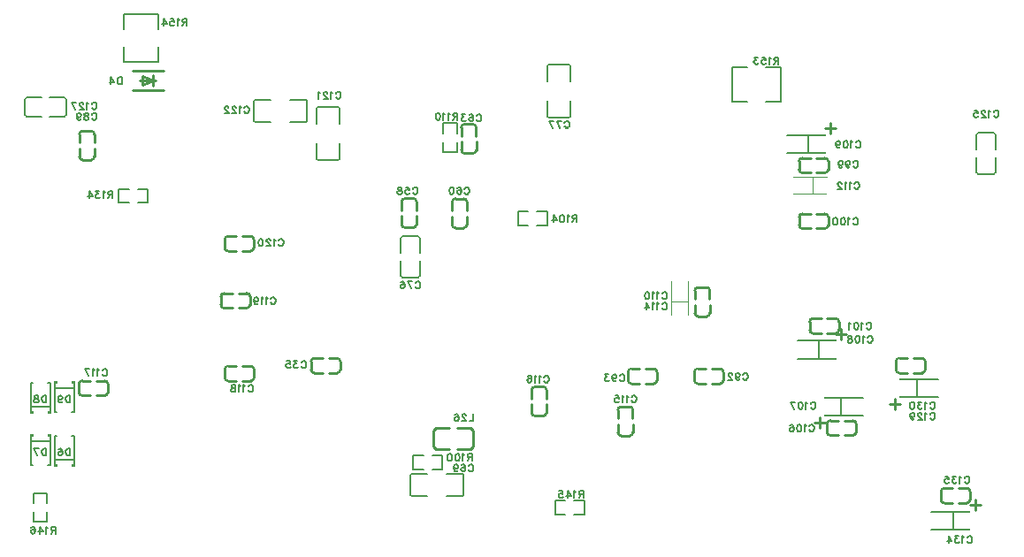
<source format=gbo>
G04 Layer: BottomSilkscreenLayer*
G04 EasyEDA Pro v2.2.42.2, 2025-09-26 15:24:21*
G04 Gerber Generator version 0.3*
G04 Scale: 100 percent, Rotated: No, Reflected: No*
G04 Dimensions in millimeters*
G04 Leading zeros omitted, absolute positions, 4 integers and 5 decimals*
G04 Generated by one-click*
%FSLAX45Y45*%
%MOMM*%
%ADD10C,0.1524*%
%ADD11C,0.254*%
%ADD12C,0.08001*%
%ADD13C,0.0913*%
G75*


G04 Text Start*
G54D10*
G01X3171698Y-4391660D02*
G01X3174746Y-4385310D01*
G01X3181096Y-4379214D01*
G01X3187192Y-4376166D01*
G01X3199638Y-4376166D01*
G01X3205734Y-4379214D01*
G01X3212084Y-4385310D01*
G01X3215132Y-4391660D01*
G01X3218180Y-4400804D01*
G01X3218180Y-4416298D01*
G01X3215132Y-4425696D01*
G01X3212084Y-4431792D01*
G01X3205734Y-4438142D01*
G01X3199638Y-4441190D01*
G01X3187192Y-4441190D01*
G01X3181096Y-4438142D01*
G01X3174746Y-4431792D01*
G01X3171698Y-4425696D01*
G01X3135376Y-4376166D02*
G01X3101340Y-4376166D01*
G01X3119882Y-4400804D01*
G01X3110738Y-4400804D01*
G01X3104388Y-4403852D01*
G01X3101340Y-4407154D01*
G01X3098292Y-4416298D01*
G01X3098292Y-4422648D01*
G01X3101340Y-4431792D01*
G01X3107436Y-4438142D01*
G01X3116834Y-4441190D01*
G01X3126232Y-4441190D01*
G01X3135376Y-4438142D01*
G01X3138424Y-4434840D01*
G01X3141472Y-4428744D01*
G01X3030982Y-4376166D02*
G01X3061970Y-4376166D01*
G01X3065018Y-4403852D01*
G01X3061970Y-4400804D01*
G01X3052826Y-4397756D01*
G01X3043428Y-4397756D01*
G01X3034030Y-4400804D01*
G01X3027934Y-4407154D01*
G01X3024886Y-4416298D01*
G01X3024886Y-4422648D01*
G01X3027934Y-4431792D01*
G01X3034030Y-4438142D01*
G01X3043428Y-4441190D01*
G01X3052826Y-4441190D01*
G01X3061970Y-4438142D01*
G01X3065018Y-4434840D01*
G01X3068066Y-4428744D01*
G01X4238498Y-2727960D02*
G01X4241546Y-2721610D01*
G01X4247896Y-2715514D01*
G01X4253992Y-2712466D01*
G01X4266438Y-2712466D01*
G01X4272534Y-2715514D01*
G01X4278884Y-2721610D01*
G01X4281932Y-2727960D01*
G01X4284980Y-2737104D01*
G01X4284980Y-2752598D01*
G01X4281932Y-2761996D01*
G01X4278884Y-2768092D01*
G01X4272534Y-2774442D01*
G01X4266438Y-2777490D01*
G01X4253992Y-2777490D01*
G01X4247896Y-2774442D01*
G01X4241546Y-2768092D01*
G01X4238498Y-2761996D01*
G01X4171188Y-2712466D02*
G01X4202176Y-2712466D01*
G01X4205224Y-2740152D01*
G01X4202176Y-2737104D01*
G01X4193032Y-2734056D01*
G01X4183634Y-2734056D01*
G01X4174236Y-2737104D01*
G01X4168140Y-2743454D01*
G01X4165092Y-2752598D01*
G01X4165092Y-2758948D01*
G01X4168140Y-2768092D01*
G01X4174236Y-2774442D01*
G01X4183634Y-2777490D01*
G01X4193032Y-2777490D01*
G01X4202176Y-2774442D01*
G01X4205224Y-2771140D01*
G01X4208272Y-2765044D01*
G01X4119626Y-2712466D02*
G01X4128770Y-2715514D01*
G01X4131818Y-2721610D01*
G01X4131818Y-2727960D01*
G01X4128770Y-2734056D01*
G01X4122674Y-2737104D01*
G01X4110228Y-2740152D01*
G01X4100830Y-2743454D01*
G01X4094734Y-2749550D01*
G01X4091686Y-2755646D01*
G01X4091686Y-2765044D01*
G01X4094734Y-2771140D01*
G01X4097782Y-2774442D01*
G01X4107180Y-2777490D01*
G01X4119626Y-2777490D01*
G01X4128770Y-2774442D01*
G01X4131818Y-2771140D01*
G01X4134866Y-2765044D01*
G01X4134866Y-2755646D01*
G01X4131818Y-2749550D01*
G01X4125722Y-2743454D01*
G01X4116324Y-2740152D01*
G01X4104132Y-2737104D01*
G01X4097782Y-2734056D01*
G01X4094734Y-2727960D01*
G01X4094734Y-2721610D01*
G01X4097782Y-2715514D01*
G01X4107180Y-2712466D01*
G01X4119626Y-2712466D01*
G01X4733798Y-2727960D02*
G01X4736846Y-2721610D01*
G01X4743196Y-2715514D01*
G01X4749292Y-2712466D01*
G01X4761738Y-2712466D01*
G01X4767834Y-2715514D01*
G01X4774184Y-2721610D01*
G01X4777232Y-2727960D01*
G01X4780280Y-2737104D01*
G01X4780280Y-2752598D01*
G01X4777232Y-2761996D01*
G01X4774184Y-2768092D01*
G01X4767834Y-2774442D01*
G01X4761738Y-2777490D01*
G01X4749292Y-2777490D01*
G01X4743196Y-2774442D01*
G01X4736846Y-2768092D01*
G01X4733798Y-2761996D01*
G01X4666488Y-2721610D02*
G01X4669536Y-2715514D01*
G01X4678934Y-2712466D01*
G01X4685030Y-2712466D01*
G01X4694428Y-2715514D01*
G01X4700524Y-2724912D01*
G01X4703572Y-2740152D01*
G01X4703572Y-2755646D01*
G01X4700524Y-2768092D01*
G01X4694428Y-2774442D01*
G01X4685030Y-2777490D01*
G01X4681982Y-2777490D01*
G01X4672838Y-2774442D01*
G01X4666488Y-2768092D01*
G01X4663440Y-2758948D01*
G01X4663440Y-2755646D01*
G01X4666488Y-2746502D01*
G01X4672838Y-2740152D01*
G01X4681982Y-2737104D01*
G01X4685030Y-2737104D01*
G01X4694428Y-2740152D01*
G01X4700524Y-2746502D01*
G01X4703572Y-2755646D01*
G01X4614672Y-2712466D02*
G01X4624070Y-2715514D01*
G01X4630166Y-2724912D01*
G01X4633214Y-2740152D01*
G01X4633214Y-2749550D01*
G01X4630166Y-2765044D01*
G01X4624070Y-2774442D01*
G01X4614672Y-2777490D01*
G01X4608576Y-2777490D01*
G01X4599178Y-2774442D01*
G01X4593082Y-2765044D01*
G01X4590034Y-2749550D01*
G01X4590034Y-2740152D01*
G01X4593082Y-2724912D01*
G01X4599178Y-2715514D01*
G01X4608576Y-2712466D01*
G01X4614672Y-2712466D01*
G01X4848098Y-2029460D02*
G01X4851146Y-2023110D01*
G01X4857496Y-2017014D01*
G01X4863592Y-2013966D01*
G01X4876038Y-2013966D01*
G01X4882134Y-2017014D01*
G01X4888484Y-2023110D01*
G01X4891532Y-2029460D01*
G01X4894580Y-2038604D01*
G01X4894580Y-2054098D01*
G01X4891532Y-2063496D01*
G01X4888484Y-2069592D01*
G01X4882134Y-2075942D01*
G01X4876038Y-2078990D01*
G01X4863592Y-2078990D01*
G01X4857496Y-2075942D01*
G01X4851146Y-2069592D01*
G01X4848098Y-2063496D01*
G01X4780788Y-2023110D02*
G01X4783836Y-2017014D01*
G01X4793234Y-2013966D01*
G01X4799330Y-2013966D01*
G01X4808728Y-2017014D01*
G01X4814824Y-2026412D01*
G01X4817872Y-2041652D01*
G01X4817872Y-2057146D01*
G01X4814824Y-2069592D01*
G01X4808728Y-2075942D01*
G01X4799330Y-2078990D01*
G01X4796282Y-2078990D01*
G01X4787138Y-2075942D01*
G01X4780788Y-2069592D01*
G01X4777740Y-2060448D01*
G01X4777740Y-2057146D01*
G01X4780788Y-2048002D01*
G01X4787138Y-2041652D01*
G01X4796282Y-2038604D01*
G01X4799330Y-2038604D01*
G01X4808728Y-2041652D01*
G01X4814824Y-2048002D01*
G01X4817872Y-2057146D01*
G01X4741418Y-2013966D02*
G01X4707382Y-2013966D01*
G01X4725924Y-2038604D01*
G01X4716780Y-2038604D01*
G01X4710430Y-2041652D01*
G01X4707382Y-2044954D01*
G01X4704334Y-2054098D01*
G01X4704334Y-2060448D01*
G01X4707382Y-2069592D01*
G01X4713478Y-2075942D01*
G01X4722876Y-2078990D01*
G01X4732274Y-2078990D01*
G01X4741418Y-2075942D01*
G01X4744466Y-2072640D01*
G01X4747514Y-2066544D01*
G01X4263898Y-3629660D02*
G01X4266946Y-3623310D01*
G01X4273296Y-3617214D01*
G01X4279392Y-3614166D01*
G01X4291838Y-3614166D01*
G01X4297934Y-3617214D01*
G01X4304284Y-3623310D01*
G01X4307332Y-3629660D01*
G01X4310380Y-3638804D01*
G01X4310380Y-3654298D01*
G01X4307332Y-3663696D01*
G01X4304284Y-3669792D01*
G01X4297934Y-3676142D01*
G01X4291838Y-3679190D01*
G01X4279392Y-3679190D01*
G01X4273296Y-3676142D01*
G01X4266946Y-3669792D01*
G01X4263898Y-3663696D01*
G01X4190492Y-3614166D02*
G01X4221480Y-3679190D01*
G01X4233672Y-3614166D02*
G01X4190492Y-3614166D01*
G01X4123182Y-3623310D02*
G01X4126230Y-3617214D01*
G01X4135628Y-3614166D01*
G01X4141724Y-3614166D01*
G01X4151122Y-3617214D01*
G01X4157218Y-3626612D01*
G01X4160266Y-3641852D01*
G01X4160266Y-3657346D01*
G01X4157218Y-3669792D01*
G01X4151122Y-3676142D01*
G01X4141724Y-3679190D01*
G01X4138676Y-3679190D01*
G01X4129532Y-3676142D01*
G01X4123182Y-3669792D01*
G01X4120134Y-3660648D01*
G01X4120134Y-3657346D01*
G01X4123182Y-3648202D01*
G01X4129532Y-3641852D01*
G01X4138676Y-3638804D01*
G01X4141724Y-3638804D01*
G01X4151122Y-3641852D01*
G01X4157218Y-3648202D01*
G01X4160266Y-3657346D01*
G01X5691632Y-2092960D02*
G01X5694680Y-2086610D01*
G01X5701030Y-2080514D01*
G01X5707126Y-2077466D01*
G01X5719572Y-2077466D01*
G01X5725668Y-2080514D01*
G01X5732018Y-2086610D01*
G01X5735066Y-2092960D01*
G01X5738114Y-2102104D01*
G01X5738114Y-2117598D01*
G01X5735066Y-2126996D01*
G01X5732018Y-2133092D01*
G01X5725668Y-2139442D01*
G01X5719572Y-2142490D01*
G01X5707126Y-2142490D01*
G01X5701030Y-2139442D01*
G01X5694680Y-2133092D01*
G01X5691632Y-2126996D01*
G01X5618226Y-2077466D02*
G01X5649214Y-2142490D01*
G01X5661406Y-2077466D02*
G01X5618226Y-2077466D01*
G01X5544820Y-2077466D02*
G01X5575808Y-2142490D01*
G01X5588000Y-2077466D02*
G01X5544820Y-2077466D01*
G01X1165098Y-2016760D02*
G01X1168146Y-2010410D01*
G01X1174496Y-2004314D01*
G01X1180592Y-2001266D01*
G01X1193038Y-2001266D01*
G01X1199134Y-2004314D01*
G01X1205484Y-2010410D01*
G01X1208532Y-2016760D01*
G01X1211580Y-2025904D01*
G01X1211580Y-2041398D01*
G01X1208532Y-2050796D01*
G01X1205484Y-2056892D01*
G01X1199134Y-2063242D01*
G01X1193038Y-2066290D01*
G01X1180592Y-2066290D01*
G01X1174496Y-2063242D01*
G01X1168146Y-2056892D01*
G01X1165098Y-2050796D01*
G01X1119632Y-2001266D02*
G01X1128776Y-2004314D01*
G01X1131824Y-2010410D01*
G01X1131824Y-2016760D01*
G01X1128776Y-2022856D01*
G01X1122680Y-2025904D01*
G01X1110234Y-2028952D01*
G01X1100836Y-2032254D01*
G01X1094740Y-2038350D01*
G01X1091692Y-2044446D01*
G01X1091692Y-2053844D01*
G01X1094740Y-2059940D01*
G01X1097788Y-2063242D01*
G01X1107186Y-2066290D01*
G01X1119632Y-2066290D01*
G01X1128776Y-2063242D01*
G01X1131824Y-2059940D01*
G01X1134872Y-2053844D01*
G01X1134872Y-2044446D01*
G01X1131824Y-2038350D01*
G01X1125728Y-2032254D01*
G01X1116330Y-2028952D01*
G01X1104138Y-2025904D01*
G01X1097788Y-2022856D01*
G01X1094740Y-2016760D01*
G01X1094740Y-2010410D01*
G01X1097788Y-2004314D01*
G01X1107186Y-2001266D01*
G01X1119632Y-2001266D01*
G01X1021334Y-2022856D02*
G01X1024382Y-2032254D01*
G01X1030732Y-2038350D01*
G01X1039876Y-2041398D01*
G01X1042924Y-2041398D01*
G01X1052322Y-2038350D01*
G01X1058418Y-2032254D01*
G01X1061466Y-2022856D01*
G01X1061466Y-2019808D01*
G01X1058418Y-2010410D01*
G01X1052322Y-2004314D01*
G01X1042924Y-2001266D01*
G01X1039876Y-2001266D01*
G01X1030732Y-2004314D01*
G01X1024382Y-2010410D01*
G01X1021334Y-2022856D01*
G01X1021334Y-2038350D01*
G01X1024382Y-2053844D01*
G01X1030732Y-2063242D01*
G01X1039876Y-2066290D01*
G01X1046226Y-2066290D01*
G01X1055370Y-2063242D01*
G01X1058418Y-2056892D01*
G01X7400798Y-4505960D02*
G01X7403846Y-4499610D01*
G01X7410196Y-4493514D01*
G01X7416292Y-4490466D01*
G01X7428738Y-4490466D01*
G01X7434834Y-4493514D01*
G01X7441184Y-4499610D01*
G01X7444232Y-4505960D01*
G01X7447280Y-4515104D01*
G01X7447280Y-4530598D01*
G01X7444232Y-4539996D01*
G01X7441184Y-4546092D01*
G01X7434834Y-4552442D01*
G01X7428738Y-4555490D01*
G01X7416292Y-4555490D01*
G01X7410196Y-4552442D01*
G01X7403846Y-4546092D01*
G01X7400798Y-4539996D01*
G01X7330440Y-4512056D02*
G01X7333488Y-4521454D01*
G01X7339838Y-4527550D01*
G01X7348982Y-4530598D01*
G01X7352030Y-4530598D01*
G01X7361428Y-4527550D01*
G01X7367524Y-4521454D01*
G01X7370572Y-4512056D01*
G01X7370572Y-4509008D01*
G01X7367524Y-4499610D01*
G01X7361428Y-4493514D01*
G01X7352030Y-4490466D01*
G01X7348982Y-4490466D01*
G01X7339838Y-4493514D01*
G01X7333488Y-4499610D01*
G01X7330440Y-4512056D01*
G01X7330440Y-4527550D01*
G01X7333488Y-4543044D01*
G01X7339838Y-4552442D01*
G01X7348982Y-4555490D01*
G01X7355332Y-4555490D01*
G01X7364476Y-4552442D01*
G01X7367524Y-4546092D01*
G01X7297166Y-4505960D02*
G01X7297166Y-4502912D01*
G01X7294118Y-4496562D01*
G01X7291070Y-4493514D01*
G01X7284974Y-4490466D01*
G01X7272528Y-4490466D01*
G01X7266178Y-4493514D01*
G01X7263130Y-4496562D01*
G01X7260082Y-4502912D01*
G01X7260082Y-4509008D01*
G01X7263130Y-4515104D01*
G01X7269480Y-4524502D01*
G01X7300214Y-4555490D01*
G01X7257034Y-4555490D01*
G01X6219698Y-4518660D02*
G01X6222746Y-4512310D01*
G01X6229096Y-4506214D01*
G01X6235192Y-4503166D01*
G01X6247638Y-4503166D01*
G01X6253734Y-4506214D01*
G01X6260084Y-4512310D01*
G01X6263132Y-4518660D01*
G01X6266180Y-4527804D01*
G01X6266180Y-4543298D01*
G01X6263132Y-4552696D01*
G01X6260084Y-4558792D01*
G01X6253734Y-4565142D01*
G01X6247638Y-4568190D01*
G01X6235192Y-4568190D01*
G01X6229096Y-4565142D01*
G01X6222746Y-4558792D01*
G01X6219698Y-4552696D01*
G01X6149340Y-4524756D02*
G01X6152388Y-4534154D01*
G01X6158738Y-4540250D01*
G01X6167882Y-4543298D01*
G01X6170930Y-4543298D01*
G01X6180328Y-4540250D01*
G01X6186424Y-4534154D01*
G01X6189472Y-4524756D01*
G01X6189472Y-4521708D01*
G01X6186424Y-4512310D01*
G01X6180328Y-4506214D01*
G01X6170930Y-4503166D01*
G01X6167882Y-4503166D01*
G01X6158738Y-4506214D01*
G01X6152388Y-4512310D01*
G01X6149340Y-4524756D01*
G01X6149340Y-4540250D01*
G01X6152388Y-4555744D01*
G01X6158738Y-4565142D01*
G01X6167882Y-4568190D01*
G01X6174232Y-4568190D01*
G01X6183376Y-4565142D01*
G01X6186424Y-4558792D01*
G01X6113018Y-4503166D02*
G01X6078982Y-4503166D01*
G01X6097524Y-4527804D01*
G01X6088380Y-4527804D01*
G01X6082030Y-4530852D01*
G01X6078982Y-4534154D01*
G01X6075934Y-4543298D01*
G01X6075934Y-4549648D01*
G01X6078982Y-4558792D01*
G01X6085078Y-4565142D01*
G01X6094476Y-4568190D01*
G01X6103874Y-4568190D01*
G01X6113018Y-4565142D01*
G01X6116066Y-4561840D01*
G01X6119114Y-4555744D01*
G01X8454898Y-2473960D02*
G01X8457946Y-2467610D01*
G01X8464296Y-2461514D01*
G01X8470392Y-2458466D01*
G01X8482838Y-2458466D01*
G01X8488934Y-2461514D01*
G01X8495284Y-2467610D01*
G01X8498332Y-2473960D01*
G01X8501380Y-2483104D01*
G01X8501380Y-2498598D01*
G01X8498332Y-2507996D01*
G01X8495284Y-2514092D01*
G01X8488934Y-2520442D01*
G01X8482838Y-2523490D01*
G01X8470392Y-2523490D01*
G01X8464296Y-2520442D01*
G01X8457946Y-2514092D01*
G01X8454898Y-2507996D01*
G01X8384540Y-2480056D02*
G01X8387588Y-2489454D01*
G01X8393938Y-2495550D01*
G01X8403082Y-2498598D01*
G01X8406130Y-2498598D01*
G01X8415528Y-2495550D01*
G01X8421624Y-2489454D01*
G01X8424672Y-2480056D01*
G01X8424672Y-2477008D01*
G01X8421624Y-2467610D01*
G01X8415528Y-2461514D01*
G01X8406130Y-2458466D01*
G01X8403082Y-2458466D01*
G01X8393938Y-2461514D01*
G01X8387588Y-2467610D01*
G01X8384540Y-2480056D01*
G01X8384540Y-2495550D01*
G01X8387588Y-2511044D01*
G01X8393938Y-2520442D01*
G01X8403082Y-2523490D01*
G01X8409432Y-2523490D01*
G01X8418576Y-2520442D01*
G01X8421624Y-2514092D01*
G01X8314182Y-2480056D02*
G01X8317230Y-2489454D01*
G01X8323580Y-2495550D01*
G01X8332724Y-2498598D01*
G01X8335772Y-2498598D01*
G01X8345170Y-2495550D01*
G01X8351266Y-2489454D01*
G01X8354314Y-2480056D01*
G01X8354314Y-2477008D01*
G01X8351266Y-2467610D01*
G01X8345170Y-2461514D01*
G01X8335772Y-2458466D01*
G01X8332724Y-2458466D01*
G01X8323580Y-2461514D01*
G01X8317230Y-2467610D01*
G01X8314182Y-2480056D01*
G01X8314182Y-2495550D01*
G01X8317230Y-2511044D01*
G01X8323580Y-2520442D01*
G01X8332724Y-2523490D01*
G01X8339074Y-2523490D01*
G01X8348218Y-2520442D01*
G01X8351266Y-2514092D01*
G01X8454898Y-3020060D02*
G01X8457946Y-3013710D01*
G01X8464296Y-3007614D01*
G01X8470392Y-3004566D01*
G01X8482838Y-3004566D01*
G01X8488934Y-3007614D01*
G01X8495284Y-3013710D01*
G01X8498332Y-3020060D01*
G01X8501380Y-3029204D01*
G01X8501380Y-3044698D01*
G01X8498332Y-3054096D01*
G01X8495284Y-3060192D01*
G01X8488934Y-3066542D01*
G01X8482838Y-3069590D01*
G01X8470392Y-3069590D01*
G01X8464296Y-3066542D01*
G01X8457946Y-3060192D01*
G01X8454898Y-3054096D01*
G01X8424672Y-3017012D02*
G01X8418576Y-3013710D01*
G01X8409432Y-3004566D01*
G01X8409432Y-3069590D01*
G01X8360664Y-3004566D02*
G01X8370062Y-3007614D01*
G01X8376158Y-3017012D01*
G01X8379206Y-3032252D01*
G01X8379206Y-3041650D01*
G01X8376158Y-3057144D01*
G01X8370062Y-3066542D01*
G01X8360664Y-3069590D01*
G01X8354568Y-3069590D01*
G01X8345170Y-3066542D01*
G01X8339074Y-3057144D01*
G01X8336026Y-3041650D01*
G01X8336026Y-3032252D01*
G01X8339074Y-3017012D01*
G01X8345170Y-3007614D01*
G01X8354568Y-3004566D01*
G01X8360664Y-3004566D01*
G01X8287258Y-3004566D02*
G01X8296656Y-3007614D01*
G01X8302752Y-3017012D01*
G01X8305800Y-3032252D01*
G01X8305800Y-3041650D01*
G01X8302752Y-3057144D01*
G01X8296656Y-3066542D01*
G01X8287258Y-3069590D01*
G01X8281162Y-3069590D01*
G01X8271764Y-3066542D01*
G01X8265668Y-3057144D01*
G01X8262620Y-3041650D01*
G01X8262620Y-3032252D01*
G01X8265668Y-3017012D01*
G01X8271764Y-3007614D01*
G01X8281162Y-3004566D01*
G01X8287258Y-3004566D01*
G01X8581898Y-4023360D02*
G01X8584946Y-4017010D01*
G01X8591296Y-4010914D01*
G01X8597392Y-4007866D01*
G01X8609838Y-4007866D01*
G01X8615934Y-4010914D01*
G01X8622284Y-4017010D01*
G01X8625332Y-4023360D01*
G01X8628380Y-4032504D01*
G01X8628380Y-4047998D01*
G01X8625332Y-4057396D01*
G01X8622284Y-4063492D01*
G01X8615934Y-4069842D01*
G01X8609838Y-4072890D01*
G01X8597392Y-4072890D01*
G01X8591296Y-4069842D01*
G01X8584946Y-4063492D01*
G01X8581898Y-4057396D01*
G01X8551672Y-4020312D02*
G01X8545576Y-4017010D01*
G01X8536432Y-4007866D01*
G01X8536432Y-4072890D01*
G01X8487664Y-4007866D02*
G01X8497062Y-4010914D01*
G01X8503158Y-4020312D01*
G01X8506206Y-4035552D01*
G01X8506206Y-4044950D01*
G01X8503158Y-4060444D01*
G01X8497062Y-4069842D01*
G01X8487664Y-4072890D01*
G01X8481568Y-4072890D01*
G01X8472170Y-4069842D01*
G01X8466074Y-4060444D01*
G01X8463026Y-4044950D01*
G01X8463026Y-4035552D01*
G01X8466074Y-4020312D01*
G01X8472170Y-4010914D01*
G01X8481568Y-4007866D01*
G01X8487664Y-4007866D01*
G01X8432800Y-4020312D02*
G01X8426704Y-4017010D01*
G01X8417560Y-4007866D01*
G01X8417560Y-4072890D01*
G01X8035798Y-5001260D02*
G01X8038846Y-4994910D01*
G01X8045196Y-4988814D01*
G01X8051292Y-4985766D01*
G01X8063738Y-4985766D01*
G01X8069834Y-4988814D01*
G01X8076184Y-4994910D01*
G01X8079232Y-5001260D01*
G01X8082280Y-5010404D01*
G01X8082280Y-5025898D01*
G01X8079232Y-5035296D01*
G01X8076184Y-5041392D01*
G01X8069834Y-5047742D01*
G01X8063738Y-5050790D01*
G01X8051292Y-5050790D01*
G01X8045196Y-5047742D01*
G01X8038846Y-5041392D01*
G01X8035798Y-5035296D01*
G01X8005572Y-4998212D02*
G01X7999476Y-4994910D01*
G01X7990332Y-4985766D01*
G01X7990332Y-5050790D01*
G01X7941564Y-4985766D02*
G01X7950962Y-4988814D01*
G01X7957058Y-4998212D01*
G01X7960106Y-5013452D01*
G01X7960106Y-5022850D01*
G01X7957058Y-5038344D01*
G01X7950962Y-5047742D01*
G01X7941564Y-5050790D01*
G01X7935468Y-5050790D01*
G01X7926070Y-5047742D01*
G01X7919974Y-5038344D01*
G01X7916926Y-5022850D01*
G01X7916926Y-5013452D01*
G01X7919974Y-4998212D01*
G01X7926070Y-4988814D01*
G01X7935468Y-4985766D01*
G01X7941564Y-4985766D01*
G01X7849616Y-4994910D02*
G01X7852664Y-4988814D01*
G01X7862062Y-4985766D01*
G01X7868158Y-4985766D01*
G01X7877556Y-4988814D01*
G01X7883652Y-4998212D01*
G01X7886700Y-5013452D01*
G01X7886700Y-5028946D01*
G01X7883652Y-5041392D01*
G01X7877556Y-5047742D01*
G01X7868158Y-5050790D01*
G01X7865110Y-5050790D01*
G01X7855966Y-5047742D01*
G01X7849616Y-5041392D01*
G01X7846568Y-5032248D01*
G01X7846568Y-5028946D01*
G01X7849616Y-5019802D01*
G01X7855966Y-5013452D01*
G01X7865110Y-5010404D01*
G01X7868158Y-5010404D01*
G01X7877556Y-5013452D01*
G01X7883652Y-5019802D01*
G01X7886700Y-5028946D01*
G01X8048498Y-4785360D02*
G01X8051546Y-4779010D01*
G01X8057896Y-4772914D01*
G01X8063992Y-4769866D01*
G01X8076438Y-4769866D01*
G01X8082534Y-4772914D01*
G01X8088884Y-4779010D01*
G01X8091932Y-4785360D01*
G01X8094980Y-4794504D01*
G01X8094980Y-4809998D01*
G01X8091932Y-4819396D01*
G01X8088884Y-4825492D01*
G01X8082534Y-4831842D01*
G01X8076438Y-4834890D01*
G01X8063992Y-4834890D01*
G01X8057896Y-4831842D01*
G01X8051546Y-4825492D01*
G01X8048498Y-4819396D01*
G01X8018272Y-4782312D02*
G01X8012176Y-4779010D01*
G01X8003032Y-4769866D01*
G01X8003032Y-4834890D01*
G01X7954264Y-4769866D02*
G01X7963662Y-4772914D01*
G01X7969758Y-4782312D01*
G01X7972806Y-4797552D01*
G01X7972806Y-4806950D01*
G01X7969758Y-4822444D01*
G01X7963662Y-4831842D01*
G01X7954264Y-4834890D01*
G01X7948168Y-4834890D01*
G01X7938770Y-4831842D01*
G01X7932674Y-4822444D01*
G01X7929626Y-4806950D01*
G01X7929626Y-4797552D01*
G01X7932674Y-4782312D01*
G01X7938770Y-4772914D01*
G01X7948168Y-4769866D01*
G01X7954264Y-4769866D01*
G01X7856220Y-4769866D02*
G01X7887208Y-4834890D01*
G01X7899400Y-4769866D02*
G01X7856220Y-4769866D01*
G01X8594598Y-4150360D02*
G01X8597646Y-4144010D01*
G01X8603996Y-4137914D01*
G01X8610092Y-4134866D01*
G01X8622538Y-4134866D01*
G01X8628634Y-4137914D01*
G01X8634984Y-4144010D01*
G01X8638032Y-4150360D01*
G01X8641080Y-4159504D01*
G01X8641080Y-4174998D01*
G01X8638032Y-4184396D01*
G01X8634984Y-4190492D01*
G01X8628634Y-4196842D01*
G01X8622538Y-4199890D01*
G01X8610092Y-4199890D01*
G01X8603996Y-4196842D01*
G01X8597646Y-4190492D01*
G01X8594598Y-4184396D01*
G01X8564372Y-4147312D02*
G01X8558276Y-4144010D01*
G01X8549132Y-4134866D01*
G01X8549132Y-4199890D01*
G01X8500364Y-4134866D02*
G01X8509762Y-4137914D01*
G01X8515858Y-4147312D01*
G01X8518906Y-4162552D01*
G01X8518906Y-4171950D01*
G01X8515858Y-4187444D01*
G01X8509762Y-4196842D01*
G01X8500364Y-4199890D01*
G01X8494268Y-4199890D01*
G01X8484870Y-4196842D01*
G01X8478774Y-4187444D01*
G01X8475726Y-4171950D01*
G01X8475726Y-4162552D01*
G01X8478774Y-4147312D01*
G01X8484870Y-4137914D01*
G01X8494268Y-4134866D01*
G01X8500364Y-4134866D01*
G01X8430260Y-4134866D02*
G01X8439404Y-4137914D01*
G01X8442452Y-4144010D01*
G01X8442452Y-4150360D01*
G01X8439404Y-4156456D01*
G01X8433308Y-4159504D01*
G01X8420862Y-4162552D01*
G01X8411464Y-4165854D01*
G01X8405368Y-4171950D01*
G01X8402320Y-4178046D01*
G01X8402320Y-4187444D01*
G01X8405368Y-4193540D01*
G01X8408416Y-4196842D01*
G01X8417814Y-4199890D01*
G01X8430260Y-4199890D01*
G01X8439404Y-4196842D01*
G01X8442452Y-4193540D01*
G01X8445500Y-4187444D01*
G01X8445500Y-4178046D01*
G01X8442452Y-4171950D01*
G01X8436356Y-4165854D01*
G01X8426958Y-4162552D01*
G01X8414766Y-4159504D01*
G01X8408416Y-4156456D01*
G01X8405368Y-4150360D01*
G01X8405368Y-4144010D01*
G01X8408416Y-4137914D01*
G01X8417814Y-4134866D01*
G01X8430260Y-4134866D01*
G01X8480298Y-2283460D02*
G01X8483346Y-2277110D01*
G01X8489696Y-2271014D01*
G01X8495792Y-2267966D01*
G01X8508238Y-2267966D01*
G01X8514334Y-2271014D01*
G01X8520684Y-2277110D01*
G01X8523732Y-2283460D01*
G01X8526780Y-2292604D01*
G01X8526780Y-2308098D01*
G01X8523732Y-2317496D01*
G01X8520684Y-2323592D01*
G01X8514334Y-2329942D01*
G01X8508238Y-2332990D01*
G01X8495792Y-2332990D01*
G01X8489696Y-2329942D01*
G01X8483346Y-2323592D01*
G01X8480298Y-2317496D01*
G01X8450072Y-2280412D02*
G01X8443976Y-2277110D01*
G01X8434832Y-2267966D01*
G01X8434832Y-2332990D01*
G01X8386064Y-2267966D02*
G01X8395462Y-2271014D01*
G01X8401558Y-2280412D01*
G01X8404606Y-2295652D01*
G01X8404606Y-2305050D01*
G01X8401558Y-2320544D01*
G01X8395462Y-2329942D01*
G01X8386064Y-2332990D01*
G01X8379968Y-2332990D01*
G01X8370570Y-2329942D01*
G01X8364474Y-2320544D01*
G01X8361426Y-2305050D01*
G01X8361426Y-2295652D01*
G01X8364474Y-2280412D01*
G01X8370570Y-2271014D01*
G01X8379968Y-2267966D01*
G01X8386064Y-2267966D01*
G01X8291068Y-2289556D02*
G01X8294116Y-2298954D01*
G01X8300466Y-2305050D01*
G01X8309610Y-2308098D01*
G01X8312658Y-2308098D01*
G01X8322056Y-2305050D01*
G01X8328152Y-2298954D01*
G01X8331200Y-2289556D01*
G01X8331200Y-2286508D01*
G01X8328152Y-2277110D01*
G01X8322056Y-2271014D01*
G01X8312658Y-2267966D01*
G01X8309610Y-2267966D01*
G01X8300466Y-2271014D01*
G01X8294116Y-2277110D01*
G01X8291068Y-2289556D01*
G01X8291068Y-2305050D01*
G01X8294116Y-2320544D01*
G01X8300466Y-2329942D01*
G01X8309610Y-2332990D01*
G01X8315960Y-2332990D01*
G01X8325104Y-2329942D01*
G01X8328152Y-2323592D01*
G01X6626098Y-3731260D02*
G01X6629146Y-3724910D01*
G01X6635496Y-3718814D01*
G01X6641592Y-3715766D01*
G01X6654038Y-3715766D01*
G01X6660134Y-3718814D01*
G01X6666484Y-3724910D01*
G01X6669532Y-3731260D01*
G01X6672580Y-3740404D01*
G01X6672580Y-3755898D01*
G01X6669532Y-3765296D01*
G01X6666484Y-3771392D01*
G01X6660134Y-3777742D01*
G01X6654038Y-3780790D01*
G01X6641592Y-3780790D01*
G01X6635496Y-3777742D01*
G01X6629146Y-3771392D01*
G01X6626098Y-3765296D01*
G01X6595872Y-3728212D02*
G01X6589776Y-3724910D01*
G01X6580632Y-3715766D01*
G01X6580632Y-3780790D01*
G01X6550406Y-3728212D02*
G01X6544310Y-3724910D01*
G01X6535166Y-3715766D01*
G01X6535166Y-3780790D01*
G01X6486398Y-3715766D02*
G01X6495796Y-3718814D01*
G01X6501892Y-3728212D01*
G01X6504940Y-3743452D01*
G01X6504940Y-3752850D01*
G01X6501892Y-3768344D01*
G01X6495796Y-3777742D01*
G01X6486398Y-3780790D01*
G01X6480302Y-3780790D01*
G01X6470904Y-3777742D01*
G01X6464808Y-3768344D01*
G01X6461760Y-3752850D01*
G01X6461760Y-3743452D01*
G01X6464808Y-3728212D01*
G01X6470904Y-3718814D01*
G01X6480302Y-3715766D01*
G01X6486398Y-3715766D01*
G01X8467598Y-2677160D02*
G01X8470646Y-2670810D01*
G01X8476996Y-2664714D01*
G01X8483092Y-2661666D01*
G01X8495538Y-2661666D01*
G01X8501634Y-2664714D01*
G01X8507984Y-2670810D01*
G01X8511032Y-2677160D01*
G01X8514080Y-2686304D01*
G01X8514080Y-2701798D01*
G01X8511032Y-2711196D01*
G01X8507984Y-2717292D01*
G01X8501634Y-2723642D01*
G01X8495538Y-2726690D01*
G01X8483092Y-2726690D01*
G01X8476996Y-2723642D01*
G01X8470646Y-2717292D01*
G01X8467598Y-2711196D01*
G01X8437372Y-2674112D02*
G01X8431276Y-2670810D01*
G01X8422132Y-2661666D01*
G01X8422132Y-2726690D01*
G01X8391906Y-2674112D02*
G01X8385810Y-2670810D01*
G01X8376666Y-2661666D01*
G01X8376666Y-2726690D01*
G01X8343392Y-2677160D02*
G01X8343392Y-2674112D01*
G01X8340344Y-2667762D01*
G01X8337296Y-2664714D01*
G01X8331200Y-2661666D01*
G01X8318754Y-2661666D01*
G01X8312404Y-2664714D01*
G01X8309356Y-2667762D01*
G01X8306308Y-2674112D01*
G01X8306308Y-2680208D01*
G01X8309356Y-2686304D01*
G01X8315706Y-2695702D01*
G01X8346440Y-2726690D01*
G01X8303260Y-2726690D01*
G01X6626098Y-3832860D02*
G01X6629146Y-3826510D01*
G01X6635496Y-3820414D01*
G01X6641592Y-3817366D01*
G01X6654038Y-3817366D01*
G01X6660134Y-3820414D01*
G01X6666484Y-3826510D01*
G01X6669532Y-3832860D01*
G01X6672580Y-3842004D01*
G01X6672580Y-3857498D01*
G01X6669532Y-3866896D01*
G01X6666484Y-3872992D01*
G01X6660134Y-3879342D01*
G01X6654038Y-3882390D01*
G01X6641592Y-3882390D01*
G01X6635496Y-3879342D01*
G01X6629146Y-3872992D01*
G01X6626098Y-3866896D01*
G01X6595872Y-3829812D02*
G01X6589776Y-3826510D01*
G01X6580632Y-3817366D01*
G01X6580632Y-3882390D01*
G01X6550406Y-3829812D02*
G01X6544310Y-3826510D01*
G01X6535166Y-3817366D01*
G01X6535166Y-3882390D01*
G01X6474206Y-3817366D02*
G01X6504940Y-3860546D01*
G01X6458712Y-3860546D01*
G01X6474206Y-3817366D02*
G01X6474206Y-3882390D01*
G01X6333998Y-4722165D02*
G01X6337046Y-4715815D01*
G01X6343396Y-4709719D01*
G01X6349492Y-4706671D01*
G01X6361938Y-4706671D01*
G01X6368034Y-4709719D01*
G01X6374384Y-4715815D01*
G01X6377432Y-4722165D01*
G01X6380480Y-4731309D01*
G01X6380480Y-4746803D01*
G01X6377432Y-4756201D01*
G01X6374384Y-4762297D01*
G01X6368034Y-4768647D01*
G01X6361938Y-4771695D01*
G01X6349492Y-4771695D01*
G01X6343396Y-4768647D01*
G01X6337046Y-4762297D01*
G01X6333998Y-4756201D01*
G01X6303772Y-4719117D02*
G01X6297676Y-4715815D01*
G01X6288532Y-4706671D01*
G01X6288532Y-4771695D01*
G01X6258306Y-4719117D02*
G01X6252210Y-4715815D01*
G01X6243066Y-4706671D01*
G01X6243066Y-4771695D01*
G01X6175756Y-4706671D02*
G01X6206744Y-4706671D01*
G01X6209792Y-4734357D01*
G01X6206744Y-4731309D01*
G01X6197600Y-4728261D01*
G01X6188202Y-4728261D01*
G01X6178804Y-4731309D01*
G01X6172708Y-4737659D01*
G01X6169660Y-4746803D01*
G01X6169660Y-4753153D01*
G01X6172708Y-4762297D01*
G01X6178804Y-4768647D01*
G01X6188202Y-4771695D01*
G01X6197600Y-4771695D01*
G01X6206744Y-4768647D01*
G01X6209792Y-4765345D01*
G01X6212840Y-4759249D01*
G01X5495798Y-4531360D02*
G01X5498846Y-4525010D01*
G01X5505196Y-4518914D01*
G01X5511292Y-4515866D01*
G01X5523738Y-4515866D01*
G01X5529834Y-4518914D01*
G01X5536184Y-4525010D01*
G01X5539232Y-4531360D01*
G01X5542280Y-4540504D01*
G01X5542280Y-4555998D01*
G01X5539232Y-4565396D01*
G01X5536184Y-4571492D01*
G01X5529834Y-4577842D01*
G01X5523738Y-4580890D01*
G01X5511292Y-4580890D01*
G01X5505196Y-4577842D01*
G01X5498846Y-4571492D01*
G01X5495798Y-4565396D01*
G01X5465572Y-4528312D02*
G01X5459476Y-4525010D01*
G01X5450332Y-4515866D01*
G01X5450332Y-4580890D01*
G01X5420106Y-4528312D02*
G01X5414010Y-4525010D01*
G01X5404866Y-4515866D01*
G01X5404866Y-4580890D01*
G01X5337556Y-4525010D02*
G01X5340604Y-4518914D01*
G01X5350002Y-4515866D01*
G01X5356098Y-4515866D01*
G01X5365496Y-4518914D01*
G01X5371592Y-4528312D01*
G01X5374640Y-4543552D01*
G01X5374640Y-4559046D01*
G01X5371592Y-4571492D01*
G01X5365496Y-4577842D01*
G01X5356098Y-4580890D01*
G01X5353050Y-4580890D01*
G01X5343906Y-4577842D01*
G01X5337556Y-4571492D01*
G01X5334508Y-4562348D01*
G01X5334508Y-4559046D01*
G01X5337556Y-4549902D01*
G01X5343906Y-4543552D01*
G01X5353050Y-4540504D01*
G01X5356098Y-4540504D01*
G01X5365496Y-4543552D01*
G01X5371592Y-4549902D01*
G01X5374640Y-4559046D01*
G01X1266698Y-4467860D02*
G01X1269746Y-4461510D01*
G01X1276096Y-4455414D01*
G01X1282192Y-4452366D01*
G01X1294638Y-4452366D01*
G01X1300734Y-4455414D01*
G01X1307084Y-4461510D01*
G01X1310132Y-4467860D01*
G01X1313180Y-4477004D01*
G01X1313180Y-4492498D01*
G01X1310132Y-4501896D01*
G01X1307084Y-4507992D01*
G01X1300734Y-4514342D01*
G01X1294638Y-4517390D01*
G01X1282192Y-4517390D01*
G01X1276096Y-4514342D01*
G01X1269746Y-4507992D01*
G01X1266698Y-4501896D01*
G01X1236472Y-4464812D02*
G01X1230376Y-4461510D01*
G01X1221232Y-4452366D01*
G01X1221232Y-4517390D01*
G01X1191006Y-4464812D02*
G01X1184910Y-4461510D01*
G01X1175766Y-4452366D01*
G01X1175766Y-4517390D01*
G01X1102360Y-4452366D02*
G01X1133348Y-4517390D01*
G01X1145540Y-4452366D02*
G01X1102360Y-4452366D01*
G01X2663698Y-4620260D02*
G01X2666746Y-4613910D01*
G01X2673096Y-4607814D01*
G01X2679192Y-4604766D01*
G01X2691638Y-4604766D01*
G01X2697734Y-4607814D01*
G01X2704084Y-4613910D01*
G01X2707132Y-4620260D01*
G01X2710180Y-4629404D01*
G01X2710180Y-4644898D01*
G01X2707132Y-4654296D01*
G01X2704084Y-4660392D01*
G01X2697734Y-4666742D01*
G01X2691638Y-4669790D01*
G01X2679192Y-4669790D01*
G01X2673096Y-4666742D01*
G01X2666746Y-4660392D01*
G01X2663698Y-4654296D01*
G01X2633472Y-4617212D02*
G01X2627376Y-4613910D01*
G01X2618232Y-4604766D01*
G01X2618232Y-4669790D01*
G01X2588006Y-4617212D02*
G01X2581910Y-4613910D01*
G01X2572766Y-4604766D01*
G01X2572766Y-4669790D01*
G01X2527300Y-4604766D02*
G01X2536444Y-4607814D01*
G01X2539492Y-4613910D01*
G01X2539492Y-4620260D01*
G01X2536444Y-4626356D01*
G01X2530348Y-4629404D01*
G01X2517902Y-4632452D01*
G01X2508504Y-4635754D01*
G01X2502408Y-4641850D01*
G01X2499360Y-4647946D01*
G01X2499360Y-4657344D01*
G01X2502408Y-4663440D01*
G01X2505456Y-4666742D01*
G01X2514854Y-4669790D01*
G01X2527300Y-4669790D01*
G01X2536444Y-4666742D01*
G01X2539492Y-4663440D01*
G01X2542540Y-4657344D01*
G01X2542540Y-4647946D01*
G01X2539492Y-4641850D01*
G01X2533396Y-4635754D01*
G01X2523998Y-4632452D01*
G01X2511806Y-4629404D01*
G01X2505456Y-4626356D01*
G01X2502408Y-4620260D01*
G01X2502408Y-4613910D01*
G01X2505456Y-4607814D01*
G01X2514854Y-4604766D01*
G01X2527300Y-4604766D01*
G01X2879598Y-3782060D02*
G01X2882646Y-3775710D01*
G01X2888996Y-3769614D01*
G01X2895092Y-3766566D01*
G01X2907538Y-3766566D01*
G01X2913634Y-3769614D01*
G01X2919984Y-3775710D01*
G01X2923032Y-3782060D01*
G01X2926080Y-3791204D01*
G01X2926080Y-3806698D01*
G01X2923032Y-3816096D01*
G01X2919984Y-3822192D01*
G01X2913634Y-3828542D01*
G01X2907538Y-3831590D01*
G01X2895092Y-3831590D01*
G01X2888996Y-3828542D01*
G01X2882646Y-3822192D01*
G01X2879598Y-3816096D01*
G01X2849372Y-3779012D02*
G01X2843276Y-3775710D01*
G01X2834132Y-3766566D01*
G01X2834132Y-3831590D01*
G01X2803906Y-3779012D02*
G01X2797810Y-3775710D01*
G01X2788666Y-3766566D01*
G01X2788666Y-3831590D01*
G01X2718308Y-3788156D02*
G01X2721356Y-3797554D01*
G01X2727706Y-3803650D01*
G01X2736850Y-3806698D01*
G01X2739898Y-3806698D01*
G01X2749296Y-3803650D01*
G01X2755392Y-3797554D01*
G01X2758440Y-3788156D01*
G01X2758440Y-3785108D01*
G01X2755392Y-3775710D01*
G01X2749296Y-3769614D01*
G01X2739898Y-3766566D01*
G01X2736850Y-3766566D01*
G01X2727706Y-3769614D01*
G01X2721356Y-3775710D01*
G01X2718308Y-3788156D01*
G01X2718308Y-3803650D01*
G01X2721356Y-3819144D01*
G01X2727706Y-3828542D01*
G01X2736850Y-3831590D01*
G01X2743200Y-3831590D01*
G01X2752344Y-3828542D01*
G01X2755392Y-3822192D01*
G01X2954249Y-3223801D02*
G01X2957297Y-3217451D01*
G01X2963647Y-3211355D01*
G01X2969743Y-3208307D01*
G01X2982189Y-3208307D01*
G01X2988285Y-3211355D01*
G01X2994635Y-3217451D01*
G01X2997683Y-3223801D01*
G01X3000731Y-3232945D01*
G01X3000731Y-3248439D01*
G01X2997683Y-3257837D01*
G01X2994635Y-3263933D01*
G01X2988285Y-3270283D01*
G01X2982189Y-3273331D01*
G01X2969743Y-3273331D01*
G01X2963647Y-3270283D01*
G01X2957297Y-3263933D01*
G01X2954249Y-3257837D01*
G01X2924023Y-3220753D02*
G01X2917927Y-3217451D01*
G01X2908783Y-3208307D01*
G01X2908783Y-3273331D01*
G01X2875509Y-3223801D02*
G01X2875509Y-3220753D01*
G01X2872461Y-3214403D01*
G01X2869413Y-3211355D01*
G01X2863317Y-3208307D01*
G01X2850871Y-3208307D01*
G01X2844521Y-3211355D01*
G01X2841473Y-3214403D01*
G01X2838425Y-3220753D01*
G01X2838425Y-3226849D01*
G01X2841473Y-3232945D01*
G01X2847823Y-3242343D01*
G01X2878557Y-3273331D01*
G01X2835377Y-3273331D01*
G01X2786609Y-3208307D02*
G01X2796007Y-3211355D01*
G01X2802103Y-3220753D01*
G01X2805151Y-3235993D01*
G01X2805151Y-3245391D01*
G01X2802103Y-3260885D01*
G01X2796007Y-3270283D01*
G01X2786609Y-3273331D01*
G01X2780513Y-3273331D01*
G01X2771115Y-3270283D01*
G01X2765019Y-3260885D01*
G01X2761971Y-3245391D01*
G01X2761971Y-3235993D01*
G01X2765019Y-3220753D01*
G01X2771115Y-3211355D01*
G01X2780513Y-3208307D01*
G01X2786609Y-3208307D01*
G01X1452880Y-1658366D02*
G01X1452880Y-1723390D01*
G01X1452880Y-1658366D02*
G01X1431290Y-1658366D01*
G01X1421892Y-1661414D01*
G01X1415796Y-1667510D01*
G01X1412748Y-1673860D01*
G01X1409446Y-1683004D01*
G01X1409446Y-1698498D01*
G01X1412748Y-1707896D01*
G01X1415796Y-1713992D01*
G01X1421892Y-1720342D01*
G01X1431290Y-1723390D01*
G01X1452880Y-1723390D01*
G01X1348486Y-1658366D02*
G01X1379220Y-1701546D01*
G01X1332992Y-1701546D01*
G01X1348486Y-1658366D02*
G01X1348486Y-1723390D01*
G01X957580Y-5214366D02*
G01X957580Y-5279390D01*
G01X957580Y-5214366D02*
G01X935990Y-5214366D01*
G01X926592Y-5217414D01*
G01X920496Y-5223510D01*
G01X917448Y-5229860D01*
G01X914146Y-5239004D01*
G01X914146Y-5254498D01*
G01X917448Y-5263896D01*
G01X920496Y-5269992D01*
G01X926592Y-5276342D01*
G01X935990Y-5279390D01*
G01X957580Y-5279390D01*
G01X846836Y-5223510D02*
G01X849884Y-5217414D01*
G01X859282Y-5214366D01*
G01X865378Y-5214366D01*
G01X874776Y-5217414D01*
G01X880872Y-5226812D01*
G01X883920Y-5242052D01*
G01X883920Y-5257546D01*
G01X880872Y-5269992D01*
G01X874776Y-5276342D01*
G01X865378Y-5279390D01*
G01X862330Y-5279390D01*
G01X853186Y-5276342D01*
G01X846836Y-5269992D01*
G01X843788Y-5260848D01*
G01X843788Y-5257546D01*
G01X846836Y-5248402D01*
G01X853186Y-5242052D01*
G01X862330Y-5239004D01*
G01X865378Y-5239004D01*
G01X874776Y-5242052D01*
G01X880872Y-5248402D01*
G01X883920Y-5257546D01*
G01X728980Y-5214366D02*
G01X728980Y-5279390D01*
G01X728980Y-5214366D02*
G01X707390Y-5214366D01*
G01X697992Y-5217414D01*
G01X691896Y-5223510D01*
G01X688848Y-5229860D01*
G01X685546Y-5239004D01*
G01X685546Y-5254498D01*
G01X688848Y-5263896D01*
G01X691896Y-5269992D01*
G01X697992Y-5276342D01*
G01X707390Y-5279390D01*
G01X728980Y-5279390D01*
G01X612140Y-5214366D02*
G01X643128Y-5279390D01*
G01X655320Y-5214366D02*
G01X612140Y-5214366D01*
G01X728980Y-4706366D02*
G01X728980Y-4771390D01*
G01X728980Y-4706366D02*
G01X707390Y-4706366D01*
G01X697992Y-4709414D01*
G01X691896Y-4715510D01*
G01X688848Y-4721860D01*
G01X685546Y-4731004D01*
G01X685546Y-4746498D01*
G01X688848Y-4755896D01*
G01X691896Y-4761992D01*
G01X697992Y-4768342D01*
G01X707390Y-4771390D01*
G01X728980Y-4771390D01*
G01X640080Y-4706366D02*
G01X649224Y-4709414D01*
G01X652272Y-4715510D01*
G01X652272Y-4721860D01*
G01X649224Y-4727956D01*
G01X643128Y-4731004D01*
G01X630682Y-4734052D01*
G01X621284Y-4737354D01*
G01X615188Y-4743450D01*
G01X612140Y-4749546D01*
G01X612140Y-4758944D01*
G01X615188Y-4765040D01*
G01X618236Y-4768342D01*
G01X627634Y-4771390D01*
G01X640080Y-4771390D01*
G01X649224Y-4768342D01*
G01X652272Y-4765040D01*
G01X655320Y-4758944D01*
G01X655320Y-4749546D01*
G01X652272Y-4743450D01*
G01X646176Y-4737354D01*
G01X636778Y-4734052D01*
G01X624586Y-4731004D01*
G01X618236Y-4727956D01*
G01X615188Y-4721860D01*
G01X615188Y-4715510D01*
G01X618236Y-4709414D01*
G01X627634Y-4706366D01*
G01X640080Y-4706366D01*
G01X957580Y-4706366D02*
G01X957580Y-4771390D01*
G01X957580Y-4706366D02*
G01X935990Y-4706366D01*
G01X926592Y-4709414D01*
G01X920496Y-4715510D01*
G01X917448Y-4721860D01*
G01X914146Y-4731004D01*
G01X914146Y-4746498D01*
G01X917448Y-4755896D01*
G01X920496Y-4761992D01*
G01X926592Y-4768342D01*
G01X935990Y-4771390D01*
G01X957580Y-4771390D01*
G01X843788Y-4727956D02*
G01X846836Y-4737354D01*
G01X853186Y-4743450D01*
G01X862330Y-4746498D01*
G01X865378Y-4746498D01*
G01X874776Y-4743450D01*
G01X880872Y-4737354D01*
G01X883920Y-4727956D01*
G01X883920Y-4724908D01*
G01X880872Y-4715510D01*
G01X874776Y-4709414D01*
G01X865378Y-4706366D01*
G01X862330Y-4706366D01*
G01X853186Y-4709414D01*
G01X846836Y-4715510D01*
G01X843788Y-4727956D01*
G01X843788Y-4743450D01*
G01X846836Y-4758944D01*
G01X853186Y-4768342D01*
G01X862330Y-4771390D01*
G01X868680Y-4771390D01*
G01X877824Y-4768342D01*
G01X880872Y-4761992D01*
G01X5808980Y-2979166D02*
G01X5808980Y-3044190D01*
G01X5808980Y-2979166D02*
G01X5781040Y-2979166D01*
G01X5771896Y-2982214D01*
G01X5768848Y-2985262D01*
G01X5765546Y-2991612D01*
G01X5765546Y-2997708D01*
G01X5768848Y-3003804D01*
G01X5771896Y-3006852D01*
G01X5781040Y-3010154D01*
G01X5808980Y-3010154D01*
G01X5787390Y-3010154D02*
G01X5765546Y-3044190D01*
G01X5735320Y-2991612D02*
G01X5729224Y-2988310D01*
G01X5720080Y-2979166D01*
G01X5720080Y-3044190D01*
G01X5671312Y-2979166D02*
G01X5680710Y-2982214D01*
G01X5686806Y-2991612D01*
G01X5689854Y-3006852D01*
G01X5689854Y-3016250D01*
G01X5686806Y-3031744D01*
G01X5680710Y-3041142D01*
G01X5671312Y-3044190D01*
G01X5665216Y-3044190D01*
G01X5655818Y-3041142D01*
G01X5649722Y-3031744D01*
G01X5646674Y-3016250D01*
G01X5646674Y-3006852D01*
G01X5649722Y-2991612D01*
G01X5655818Y-2982214D01*
G01X5665216Y-2979166D01*
G01X5671312Y-2979166D01*
G01X5585714Y-2979166D02*
G01X5616448Y-3022346D01*
G01X5570220Y-3022346D01*
G01X5585714Y-2979166D02*
G01X5585714Y-3044190D01*
G01X4665980Y-2001266D02*
G01X4665980Y-2066290D01*
G01X4665980Y-2001266D02*
G01X4638040Y-2001266D01*
G01X4628896Y-2004314D01*
G01X4625848Y-2007362D01*
G01X4622546Y-2013712D01*
G01X4622546Y-2019808D01*
G01X4625848Y-2025904D01*
G01X4628896Y-2028952D01*
G01X4638040Y-2032254D01*
G01X4665980Y-2032254D01*
G01X4644390Y-2032254D02*
G01X4622546Y-2066290D01*
G01X4592320Y-2013712D02*
G01X4586224Y-2010410D01*
G01X4577080Y-2001266D01*
G01X4577080Y-2066290D01*
G01X4546854Y-2013712D02*
G01X4540758Y-2010410D01*
G01X4531614Y-2001266D01*
G01X4531614Y-2066290D01*
G01X4482846Y-2001266D02*
G01X4492244Y-2004314D01*
G01X4498340Y-2013712D01*
G01X4501388Y-2028952D01*
G01X4501388Y-2038350D01*
G01X4498340Y-2053844D01*
G01X4492244Y-2063242D01*
G01X4482846Y-2066290D01*
G01X4476750Y-2066290D01*
G01X4467352Y-2063242D01*
G01X4461256Y-2053844D01*
G01X4458208Y-2038350D01*
G01X4458208Y-2028952D01*
G01X4461256Y-2013712D01*
G01X4467352Y-2004314D01*
G01X4476750Y-2001266D01*
G01X4482846Y-2001266D01*
G01X5872480Y-5620766D02*
G01X5872480Y-5685790D01*
G01X5872480Y-5620766D02*
G01X5844540Y-5620766D01*
G01X5835396Y-5623814D01*
G01X5832348Y-5626862D01*
G01X5829046Y-5633212D01*
G01X5829046Y-5639308D01*
G01X5832348Y-5645404D01*
G01X5835396Y-5648452D01*
G01X5844540Y-5651754D01*
G01X5872480Y-5651754D01*
G01X5850890Y-5651754D02*
G01X5829046Y-5685790D01*
G01X5798820Y-5633212D02*
G01X5792724Y-5629910D01*
G01X5783580Y-5620766D01*
G01X5783580Y-5685790D01*
G01X5722620Y-5620766D02*
G01X5753354Y-5663946D01*
G01X5707126Y-5663946D01*
G01X5722620Y-5620766D02*
G01X5722620Y-5685790D01*
G01X5639816Y-5620766D02*
G01X5670804Y-5620766D01*
G01X5673852Y-5648452D01*
G01X5670804Y-5645404D01*
G01X5661660Y-5642356D01*
G01X5652262Y-5642356D01*
G01X5642864Y-5645404D01*
G01X5636768Y-5651754D01*
G01X5633720Y-5660898D01*
G01X5633720Y-5667248D01*
G01X5636768Y-5676392D01*
G01X5642864Y-5682742D01*
G01X5652262Y-5685790D01*
G01X5661660Y-5685790D01*
G01X5670804Y-5682742D01*
G01X5673852Y-5679440D01*
G01X5676900Y-5673344D01*
G01X817880Y-5963666D02*
G01X817880Y-6028690D01*
G01X817880Y-5963666D02*
G01X789940Y-5963666D01*
G01X780796Y-5966714D01*
G01X777748Y-5969762D01*
G01X774446Y-5976112D01*
G01X774446Y-5982208D01*
G01X777748Y-5988304D01*
G01X780796Y-5991352D01*
G01X789940Y-5994654D01*
G01X817880Y-5994654D01*
G01X796290Y-5994654D02*
G01X774446Y-6028690D01*
G01X744220Y-5976112D02*
G01X738124Y-5972810D01*
G01X728980Y-5963666D01*
G01X728980Y-6028690D01*
G01X668020Y-5963666D02*
G01X698754Y-6006846D01*
G01X652526Y-6006846D01*
G01X668020Y-5963666D02*
G01X668020Y-6028690D01*
G01X585216Y-5972810D02*
G01X588264Y-5966714D01*
G01X597662Y-5963666D01*
G01X603758Y-5963666D01*
G01X613156Y-5966714D01*
G01X619252Y-5976112D01*
G01X622300Y-5991352D01*
G01X622300Y-6006846D01*
G01X619252Y-6019292D01*
G01X613156Y-6025642D01*
G01X603758Y-6028690D01*
G01X600710Y-6028690D01*
G01X591566Y-6025642D01*
G01X585216Y-6019292D01*
G01X582168Y-6010148D01*
G01X582168Y-6006846D01*
G01X585216Y-5997702D01*
G01X591566Y-5991352D01*
G01X600710Y-5988304D01*
G01X603758Y-5988304D01*
G01X613156Y-5991352D01*
G01X619252Y-5997702D01*
G01X622300Y-6006846D01*
G01X3501898Y-1813560D02*
G01X3504946Y-1807210D01*
G01X3511296Y-1801114D01*
G01X3517392Y-1798066D01*
G01X3529838Y-1798066D01*
G01X3535934Y-1801114D01*
G01X3542284Y-1807210D01*
G01X3545332Y-1813560D01*
G01X3548380Y-1822704D01*
G01X3548380Y-1838198D01*
G01X3545332Y-1847596D01*
G01X3542284Y-1853692D01*
G01X3535934Y-1860042D01*
G01X3529838Y-1863090D01*
G01X3517392Y-1863090D01*
G01X3511296Y-1860042D01*
G01X3504946Y-1853692D01*
G01X3501898Y-1847596D01*
G01X3471672Y-1810512D02*
G01X3465576Y-1807210D01*
G01X3456432Y-1798066D01*
G01X3456432Y-1863090D01*
G01X3423158Y-1813560D02*
G01X3423158Y-1810512D01*
G01X3420110Y-1804162D01*
G01X3417062Y-1801114D01*
G01X3410966Y-1798066D01*
G01X3398520Y-1798066D01*
G01X3392170Y-1801114D01*
G01X3389122Y-1804162D01*
G01X3386074Y-1810512D01*
G01X3386074Y-1816608D01*
G01X3389122Y-1822704D01*
G01X3395472Y-1832102D01*
G01X3426206Y-1863090D01*
G01X3383026Y-1863090D01*
G01X3352800Y-1810512D02*
G01X3346704Y-1807210D01*
G01X3337560Y-1798066D01*
G01X3337560Y-1863090D01*
G01X2625598Y-1953260D02*
G01X2628646Y-1946910D01*
G01X2634996Y-1940814D01*
G01X2641092Y-1937766D01*
G01X2653538Y-1937766D01*
G01X2659634Y-1940814D01*
G01X2665984Y-1946910D01*
G01X2669032Y-1953260D01*
G01X2672080Y-1962404D01*
G01X2672080Y-1977898D01*
G01X2669032Y-1987296D01*
G01X2665984Y-1993392D01*
G01X2659634Y-1999742D01*
G01X2653538Y-2002790D01*
G01X2641092Y-2002790D01*
G01X2634996Y-1999742D01*
G01X2628646Y-1993392D01*
G01X2625598Y-1987296D01*
G01X2595372Y-1950212D02*
G01X2589276Y-1946910D01*
G01X2580132Y-1937766D01*
G01X2580132Y-2002790D01*
G01X2546858Y-1953260D02*
G01X2546858Y-1950212D01*
G01X2543810Y-1943862D01*
G01X2540762Y-1940814D01*
G01X2534666Y-1937766D01*
G01X2522220Y-1937766D01*
G01X2515870Y-1940814D01*
G01X2512822Y-1943862D01*
G01X2509774Y-1950212D01*
G01X2509774Y-1956308D01*
G01X2512822Y-1962404D01*
G01X2519172Y-1971802D01*
G01X2549906Y-2002790D01*
G01X2506726Y-2002790D01*
G01X2473452Y-1953260D02*
G01X2473452Y-1950212D01*
G01X2470404Y-1943862D01*
G01X2467356Y-1940814D01*
G01X2461260Y-1937766D01*
G01X2448814Y-1937766D01*
G01X2442464Y-1940814D01*
G01X2439416Y-1943862D01*
G01X2436368Y-1950212D01*
G01X2436368Y-1956308D01*
G01X2439416Y-1962404D01*
G01X2445766Y-1971802D01*
G01X2476500Y-2002790D01*
G01X2433320Y-2002790D01*
G01X4771898Y-5382260D02*
G01X4774946Y-5375910D01*
G01X4781296Y-5369814D01*
G01X4787392Y-5366766D01*
G01X4799838Y-5366766D01*
G01X4805934Y-5369814D01*
G01X4812284Y-5375910D01*
G01X4815332Y-5382260D01*
G01X4818380Y-5391404D01*
G01X4818380Y-5406898D01*
G01X4815332Y-5416296D01*
G01X4812284Y-5422392D01*
G01X4805934Y-5428742D01*
G01X4799838Y-5431790D01*
G01X4787392Y-5431790D01*
G01X4781296Y-5428742D01*
G01X4774946Y-5422392D01*
G01X4771898Y-5416296D01*
G01X4704588Y-5375910D02*
G01X4707636Y-5369814D01*
G01X4717034Y-5366766D01*
G01X4723130Y-5366766D01*
G01X4732528Y-5369814D01*
G01X4738624Y-5379212D01*
G01X4741672Y-5394452D01*
G01X4741672Y-5409946D01*
G01X4738624Y-5422392D01*
G01X4732528Y-5428742D01*
G01X4723130Y-5431790D01*
G01X4720082Y-5431790D01*
G01X4710938Y-5428742D01*
G01X4704588Y-5422392D01*
G01X4701540Y-5413248D01*
G01X4701540Y-5409946D01*
G01X4704588Y-5400802D01*
G01X4710938Y-5394452D01*
G01X4720082Y-5391404D01*
G01X4723130Y-5391404D01*
G01X4732528Y-5394452D01*
G01X4738624Y-5400802D01*
G01X4741672Y-5409946D01*
G01X4631182Y-5388356D02*
G01X4634230Y-5397754D01*
G01X4640580Y-5403850D01*
G01X4649724Y-5406898D01*
G01X4652772Y-5406898D01*
G01X4662170Y-5403850D01*
G01X4668266Y-5397754D01*
G01X4671314Y-5388356D01*
G01X4671314Y-5385308D01*
G01X4668266Y-5375910D01*
G01X4662170Y-5369814D01*
G01X4652772Y-5366766D01*
G01X4649724Y-5366766D01*
G01X4640580Y-5369814D01*
G01X4634230Y-5375910D01*
G01X4631182Y-5388356D01*
G01X4631182Y-5403850D01*
G01X4634230Y-5419344D01*
G01X4640580Y-5428742D01*
G01X4649724Y-5431790D01*
G01X4656074Y-5431790D01*
G01X4665218Y-5428742D01*
G01X4668266Y-5422392D01*
G01X4818380Y-4884166D02*
G01X4818380Y-4949190D01*
G01X4818380Y-4949190D02*
G01X4781296Y-4949190D01*
G01X4748022Y-4899660D02*
G01X4748022Y-4896612D01*
G01X4744974Y-4890262D01*
G01X4741926Y-4887214D01*
G01X4735830Y-4884166D01*
G01X4723384Y-4884166D01*
G01X4717034Y-4887214D01*
G01X4713986Y-4890262D01*
G01X4710938Y-4896612D01*
G01X4710938Y-4902708D01*
G01X4713986Y-4908804D01*
G01X4720336Y-4918202D01*
G01X4751070Y-4949190D01*
G01X4707890Y-4949190D01*
G01X4640580Y-4893310D02*
G01X4643628Y-4887214D01*
G01X4653026Y-4884166D01*
G01X4659122Y-4884166D01*
G01X4668520Y-4887214D01*
G01X4674616Y-4896612D01*
G01X4677664Y-4911852D01*
G01X4677664Y-4927346D01*
G01X4674616Y-4939792D01*
G01X4668520Y-4946142D01*
G01X4659122Y-4949190D01*
G01X4656074Y-4949190D01*
G01X4646930Y-4946142D01*
G01X4640580Y-4939792D01*
G01X4637532Y-4930648D01*
G01X4637532Y-4927346D01*
G01X4640580Y-4918202D01*
G01X4646930Y-4911852D01*
G01X4656074Y-4908804D01*
G01X4659122Y-4908804D01*
G01X4668520Y-4911852D01*
G01X4674616Y-4918202D01*
G01X4677664Y-4927346D01*
G01X4805680Y-5265166D02*
G01X4805680Y-5330190D01*
G01X4805680Y-5265166D02*
G01X4777740Y-5265166D01*
G01X4768596Y-5268214D01*
G01X4765548Y-5271262D01*
G01X4762246Y-5277612D01*
G01X4762246Y-5283708D01*
G01X4765548Y-5289804D01*
G01X4768596Y-5292852D01*
G01X4777740Y-5296154D01*
G01X4805680Y-5296154D01*
G01X4784090Y-5296154D02*
G01X4762246Y-5330190D01*
G01X4732020Y-5277612D02*
G01X4725924Y-5274310D01*
G01X4716780Y-5265166D01*
G01X4716780Y-5330190D01*
G01X4668012Y-5265166D02*
G01X4677410Y-5268214D01*
G01X4683506Y-5277612D01*
G01X4686554Y-5292852D01*
G01X4686554Y-5302250D01*
G01X4683506Y-5317744D01*
G01X4677410Y-5327142D01*
G01X4668012Y-5330190D01*
G01X4661916Y-5330190D01*
G01X4652518Y-5327142D01*
G01X4646422Y-5317744D01*
G01X4643374Y-5302250D01*
G01X4643374Y-5292852D01*
G01X4646422Y-5277612D01*
G01X4652518Y-5268214D01*
G01X4661916Y-5265166D01*
G01X4668012Y-5265166D01*
G01X4594606Y-5265166D02*
G01X4604004Y-5268214D01*
G01X4610100Y-5277612D01*
G01X4613148Y-5292852D01*
G01X4613148Y-5302250D01*
G01X4610100Y-5317744D01*
G01X4604004Y-5327142D01*
G01X4594606Y-5330190D01*
G01X4588510Y-5330190D01*
G01X4579112Y-5327142D01*
G01X4573016Y-5317744D01*
G01X4569968Y-5302250D01*
G01X4569968Y-5292852D01*
G01X4573016Y-5277612D01*
G01X4579112Y-5268214D01*
G01X4588510Y-5265166D01*
G01X4594606Y-5265166D01*
G01X7739380Y-1467866D02*
G01X7739380Y-1532890D01*
G01X7739380Y-1467866D02*
G01X7711440Y-1467866D01*
G01X7702296Y-1470914D01*
G01X7699248Y-1473962D01*
G01X7695946Y-1480312D01*
G01X7695946Y-1486408D01*
G01X7699248Y-1492504D01*
G01X7702296Y-1495552D01*
G01X7711440Y-1498854D01*
G01X7739380Y-1498854D01*
G01X7717790Y-1498854D02*
G01X7695946Y-1532890D01*
G01X7665720Y-1480312D02*
G01X7659624Y-1477010D01*
G01X7650480Y-1467866D01*
G01X7650480Y-1532890D01*
G01X7583170Y-1467866D02*
G01X7614158Y-1467866D01*
G01X7617206Y-1495552D01*
G01X7614158Y-1492504D01*
G01X7605014Y-1489456D01*
G01X7595616Y-1489456D01*
G01X7586218Y-1492504D01*
G01X7580122Y-1498854D01*
G01X7577074Y-1507998D01*
G01X7577074Y-1514348D01*
G01X7580122Y-1523492D01*
G01X7586218Y-1529842D01*
G01X7595616Y-1532890D01*
G01X7605014Y-1532890D01*
G01X7614158Y-1529842D01*
G01X7617206Y-1526540D01*
G01X7620254Y-1520444D01*
G01X7540752Y-1467866D02*
G01X7506716Y-1467866D01*
G01X7525258Y-1492504D01*
G01X7516114Y-1492504D01*
G01X7509764Y-1495552D01*
G01X7506716Y-1498854D01*
G01X7503668Y-1507998D01*
G01X7503668Y-1514348D01*
G01X7506716Y-1523492D01*
G01X7512812Y-1529842D01*
G01X7522210Y-1532890D01*
G01X7531608Y-1532890D01*
G01X7540752Y-1529842D01*
G01X7543800Y-1526540D01*
G01X7546848Y-1520444D01*
G01X2075180Y-1099566D02*
G01X2075180Y-1164590D01*
G01X2075180Y-1099566D02*
G01X2047240Y-1099566D01*
G01X2038096Y-1102614D01*
G01X2035048Y-1105662D01*
G01X2031746Y-1112012D01*
G01X2031746Y-1118108D01*
G01X2035048Y-1124204D01*
G01X2038096Y-1127252D01*
G01X2047240Y-1130554D01*
G01X2075180Y-1130554D01*
G01X2053590Y-1130554D02*
G01X2031746Y-1164590D01*
G01X2001520Y-1112012D02*
G01X1995424Y-1108710D01*
G01X1986280Y-1099566D01*
G01X1986280Y-1164590D01*
G01X1918970Y-1099566D02*
G01X1949958Y-1099566D01*
G01X1953006Y-1127252D01*
G01X1949958Y-1124204D01*
G01X1940814Y-1121156D01*
G01X1931416Y-1121156D01*
G01X1922018Y-1124204D01*
G01X1915922Y-1130554D01*
G01X1912874Y-1139698D01*
G01X1912874Y-1146048D01*
G01X1915922Y-1155192D01*
G01X1922018Y-1161542D01*
G01X1931416Y-1164590D01*
G01X1940814Y-1164590D01*
G01X1949958Y-1161542D01*
G01X1953006Y-1158240D01*
G01X1956054Y-1152144D01*
G01X1851914Y-1099566D02*
G01X1882648Y-1142746D01*
G01X1836420Y-1142746D01*
G01X1851914Y-1099566D02*
G01X1851914Y-1164590D01*
G01X9801098Y-1991360D02*
G01X9804146Y-1985010D01*
G01X9810496Y-1978914D01*
G01X9816592Y-1975866D01*
G01X9829038Y-1975866D01*
G01X9835134Y-1978914D01*
G01X9841484Y-1985010D01*
G01X9844532Y-1991360D01*
G01X9847580Y-2000504D01*
G01X9847580Y-2015998D01*
G01X9844532Y-2025396D01*
G01X9841484Y-2031492D01*
G01X9835134Y-2037842D01*
G01X9829038Y-2040890D01*
G01X9816592Y-2040890D01*
G01X9810496Y-2037842D01*
G01X9804146Y-2031492D01*
G01X9801098Y-2025396D01*
G01X9770872Y-1988312D02*
G01X9764776Y-1985010D01*
G01X9755632Y-1975866D01*
G01X9755632Y-2040890D01*
G01X9722358Y-1991360D02*
G01X9722358Y-1988312D01*
G01X9719310Y-1981962D01*
G01X9716262Y-1978914D01*
G01X9710166Y-1975866D01*
G01X9697720Y-1975866D01*
G01X9691370Y-1978914D01*
G01X9688322Y-1981962D01*
G01X9685274Y-1988312D01*
G01X9685274Y-1994408D01*
G01X9688322Y-2000504D01*
G01X9694672Y-2009902D01*
G01X9725406Y-2040890D01*
G01X9682226Y-2040890D01*
G01X9614916Y-1975866D02*
G01X9645904Y-1975866D01*
G01X9648952Y-2003552D01*
G01X9645904Y-2000504D01*
G01X9636760Y-1997456D01*
G01X9627362Y-1997456D01*
G01X9617964Y-2000504D01*
G01X9611868Y-2006854D01*
G01X9608820Y-2015998D01*
G01X9608820Y-2022348D01*
G01X9611868Y-2031492D01*
G01X9617964Y-2037842D01*
G01X9627362Y-2040890D01*
G01X9636760Y-2040890D01*
G01X9645904Y-2037842D01*
G01X9648952Y-2034540D01*
G01X9652000Y-2028444D01*
G01X1165098Y-1915160D02*
G01X1168146Y-1908810D01*
G01X1174496Y-1902714D01*
G01X1180592Y-1899666D01*
G01X1193038Y-1899666D01*
G01X1199134Y-1902714D01*
G01X1205484Y-1908810D01*
G01X1208532Y-1915160D01*
G01X1211580Y-1924304D01*
G01X1211580Y-1939798D01*
G01X1208532Y-1949196D01*
G01X1205484Y-1955292D01*
G01X1199134Y-1961642D01*
G01X1193038Y-1964690D01*
G01X1180592Y-1964690D01*
G01X1174496Y-1961642D01*
G01X1168146Y-1955292D01*
G01X1165098Y-1949196D01*
G01X1134872Y-1912112D02*
G01X1128776Y-1908810D01*
G01X1119632Y-1899666D01*
G01X1119632Y-1964690D01*
G01X1086358Y-1915160D02*
G01X1086358Y-1912112D01*
G01X1083310Y-1905762D01*
G01X1080262Y-1902714D01*
G01X1074166Y-1899666D01*
G01X1061720Y-1899666D01*
G01X1055370Y-1902714D01*
G01X1052322Y-1905762D01*
G01X1049274Y-1912112D01*
G01X1049274Y-1918208D01*
G01X1052322Y-1924304D01*
G01X1058672Y-1933702D01*
G01X1089406Y-1964690D01*
G01X1046226Y-1964690D01*
G01X972820Y-1899666D02*
G01X1003808Y-1964690D01*
G01X1016000Y-1899666D02*
G01X972820Y-1899666D01*
G01X1363980Y-2750566D02*
G01X1363980Y-2815590D01*
G01X1363980Y-2750566D02*
G01X1336040Y-2750566D01*
G01X1326896Y-2753614D01*
G01X1323848Y-2756662D01*
G01X1320546Y-2763012D01*
G01X1320546Y-2769108D01*
G01X1323848Y-2775204D01*
G01X1326896Y-2778252D01*
G01X1336040Y-2781554D01*
G01X1363980Y-2781554D01*
G01X1342390Y-2781554D02*
G01X1320546Y-2815590D01*
G01X1290320Y-2763012D02*
G01X1284224Y-2759710D01*
G01X1275080Y-2750566D01*
G01X1275080Y-2815590D01*
G01X1238758Y-2750566D02*
G01X1204722Y-2750566D01*
G01X1223264Y-2775204D01*
G01X1214120Y-2775204D01*
G01X1207770Y-2778252D01*
G01X1204722Y-2781554D01*
G01X1201674Y-2790698D01*
G01X1201674Y-2797048D01*
G01X1204722Y-2806192D01*
G01X1210818Y-2812542D01*
G01X1220216Y-2815590D01*
G01X1229614Y-2815590D01*
G01X1238758Y-2812542D01*
G01X1241806Y-2809240D01*
G01X1244854Y-2803144D01*
G01X1140714Y-2750566D02*
G01X1171448Y-2793746D01*
G01X1125220Y-2793746D01*
G01X1140714Y-2750566D02*
G01X1140714Y-2815590D01*
G01X9191498Y-4886960D02*
G01X9194546Y-4880610D01*
G01X9200896Y-4874514D01*
G01X9206992Y-4871466D01*
G01X9219438Y-4871466D01*
G01X9225534Y-4874514D01*
G01X9231884Y-4880610D01*
G01X9234932Y-4886960D01*
G01X9237980Y-4896104D01*
G01X9237980Y-4911598D01*
G01X9234932Y-4920996D01*
G01X9231884Y-4927092D01*
G01X9225534Y-4933442D01*
G01X9219438Y-4936490D01*
G01X9206992Y-4936490D01*
G01X9200896Y-4933442D01*
G01X9194546Y-4927092D01*
G01X9191498Y-4920996D01*
G01X9161272Y-4883912D02*
G01X9155176Y-4880610D01*
G01X9146032Y-4871466D01*
G01X9146032Y-4936490D01*
G01X9112758Y-4886960D02*
G01X9112758Y-4883912D01*
G01X9109710Y-4877562D01*
G01X9106662Y-4874514D01*
G01X9100566Y-4871466D01*
G01X9088120Y-4871466D01*
G01X9081770Y-4874514D01*
G01X9078722Y-4877562D01*
G01X9075674Y-4883912D01*
G01X9075674Y-4890008D01*
G01X9078722Y-4896104D01*
G01X9085072Y-4905502D01*
G01X9115806Y-4936490D01*
G01X9072626Y-4936490D01*
G01X9002268Y-4893056D02*
G01X9005316Y-4902454D01*
G01X9011666Y-4908550D01*
G01X9020810Y-4911598D01*
G01X9023858Y-4911598D01*
G01X9033256Y-4908550D01*
G01X9039352Y-4902454D01*
G01X9042400Y-4893056D01*
G01X9042400Y-4890008D01*
G01X9039352Y-4880610D01*
G01X9033256Y-4874514D01*
G01X9023858Y-4871466D01*
G01X9020810Y-4871466D01*
G01X9011666Y-4874514D01*
G01X9005316Y-4880610D01*
G01X9002268Y-4893056D01*
G01X9002268Y-4908550D01*
G01X9005316Y-4924044D01*
G01X9011666Y-4933442D01*
G01X9020810Y-4936490D01*
G01X9027160Y-4936490D01*
G01X9036304Y-4933442D01*
G01X9039352Y-4927092D01*
G01X9191498Y-4785360D02*
G01X9194546Y-4779010D01*
G01X9200896Y-4772914D01*
G01X9206992Y-4769866D01*
G01X9219438Y-4769866D01*
G01X9225534Y-4772914D01*
G01X9231884Y-4779010D01*
G01X9234932Y-4785360D01*
G01X9237980Y-4794504D01*
G01X9237980Y-4809998D01*
G01X9234932Y-4819396D01*
G01X9231884Y-4825492D01*
G01X9225534Y-4831842D01*
G01X9219438Y-4834890D01*
G01X9206992Y-4834890D01*
G01X9200896Y-4831842D01*
G01X9194546Y-4825492D01*
G01X9191498Y-4819396D01*
G01X9161272Y-4782312D02*
G01X9155176Y-4779010D01*
G01X9146032Y-4769866D01*
G01X9146032Y-4834890D01*
G01X9109710Y-4769866D02*
G01X9075674Y-4769866D01*
G01X9094216Y-4794504D01*
G01X9085072Y-4794504D01*
G01X9078722Y-4797552D01*
G01X9075674Y-4800854D01*
G01X9072626Y-4809998D01*
G01X9072626Y-4816348D01*
G01X9075674Y-4825492D01*
G01X9081770Y-4831842D01*
G01X9091168Y-4834890D01*
G01X9100566Y-4834890D01*
G01X9109710Y-4831842D01*
G01X9112758Y-4828540D01*
G01X9115806Y-4822444D01*
G01X9023858Y-4769866D02*
G01X9033256Y-4772914D01*
G01X9039352Y-4782312D01*
G01X9042400Y-4797552D01*
G01X9042400Y-4806950D01*
G01X9039352Y-4822444D01*
G01X9033256Y-4831842D01*
G01X9023858Y-4834890D01*
G01X9017762Y-4834890D01*
G01X9008364Y-4831842D01*
G01X9002268Y-4822444D01*
G01X8999220Y-4806950D01*
G01X8999220Y-4797552D01*
G01X9002268Y-4782312D01*
G01X9008364Y-4772914D01*
G01X9017762Y-4769866D01*
G01X9023858Y-4769866D01*
G01X9547098Y-6068060D02*
G01X9550146Y-6061710D01*
G01X9556496Y-6055614D01*
G01X9562592Y-6052566D01*
G01X9575038Y-6052566D01*
G01X9581134Y-6055614D01*
G01X9587484Y-6061710D01*
G01X9590532Y-6068060D01*
G01X9593580Y-6077204D01*
G01X9593580Y-6092698D01*
G01X9590532Y-6102096D01*
G01X9587484Y-6108192D01*
G01X9581134Y-6114542D01*
G01X9575038Y-6117590D01*
G01X9562592Y-6117590D01*
G01X9556496Y-6114542D01*
G01X9550146Y-6108192D01*
G01X9547098Y-6102096D01*
G01X9516872Y-6065012D02*
G01X9510776Y-6061710D01*
G01X9501632Y-6052566D01*
G01X9501632Y-6117590D01*
G01X9465310Y-6052566D02*
G01X9431274Y-6052566D01*
G01X9449816Y-6077204D01*
G01X9440672Y-6077204D01*
G01X9434322Y-6080252D01*
G01X9431274Y-6083554D01*
G01X9428226Y-6092698D01*
G01X9428226Y-6099048D01*
G01X9431274Y-6108192D01*
G01X9437370Y-6114542D01*
G01X9446768Y-6117590D01*
G01X9456166Y-6117590D01*
G01X9465310Y-6114542D01*
G01X9468358Y-6111240D01*
G01X9471406Y-6105144D01*
G01X9367266Y-6052566D02*
G01X9398000Y-6095746D01*
G01X9351772Y-6095746D01*
G01X9367266Y-6052566D02*
G01X9367266Y-6117590D01*
G01X9521698Y-5496560D02*
G01X9524746Y-5490210D01*
G01X9531096Y-5484114D01*
G01X9537192Y-5481066D01*
G01X9549638Y-5481066D01*
G01X9555734Y-5484114D01*
G01X9562084Y-5490210D01*
G01X9565132Y-5496560D01*
G01X9568180Y-5505704D01*
G01X9568180Y-5521198D01*
G01X9565132Y-5530596D01*
G01X9562084Y-5536692D01*
G01X9555734Y-5543042D01*
G01X9549638Y-5546090D01*
G01X9537192Y-5546090D01*
G01X9531096Y-5543042D01*
G01X9524746Y-5536692D01*
G01X9521698Y-5530596D01*
G01X9491472Y-5493512D02*
G01X9485376Y-5490210D01*
G01X9476232Y-5481066D01*
G01X9476232Y-5546090D01*
G01X9439910Y-5481066D02*
G01X9405874Y-5481066D01*
G01X9424416Y-5505704D01*
G01X9415272Y-5505704D01*
G01X9408922Y-5508752D01*
G01X9405874Y-5512054D01*
G01X9402826Y-5521198D01*
G01X9402826Y-5527548D01*
G01X9405874Y-5536692D01*
G01X9411970Y-5543042D01*
G01X9421368Y-5546090D01*
G01X9430766Y-5546090D01*
G01X9439910Y-5543042D01*
G01X9442958Y-5539740D01*
G01X9446006Y-5533644D01*
G01X9335516Y-5481066D02*
G01X9366504Y-5481066D01*
G01X9369552Y-5508752D01*
G01X9366504Y-5505704D01*
G01X9357360Y-5502656D01*
G01X9347962Y-5502656D01*
G01X9338564Y-5505704D01*
G01X9332468Y-5512054D01*
G01X9329420Y-5521198D01*
G01X9329420Y-5527548D01*
G01X9332468Y-5536692D01*
G01X9338564Y-5543042D01*
G01X9347962Y-5546090D01*
G01X9357360Y-5546090D01*
G01X9366504Y-5543042D01*
G01X9369552Y-5539740D01*
G01X9372600Y-5533644D01*
G04 Text End*

G04 PolygonModel Start*
G54D11*
G01X3264599Y-4379623D02*
G01X3264599Y-4459625D01*
G01X3375574Y-4348637D02*
G01X3295576Y-4348637D01*
G01X3375574Y-4490603D02*
G01X3295576Y-4490603D01*
G01X3433163Y-4348056D02*
G01X3513163Y-4348056D01*
G01X3544146Y-4379039D02*
G01X3544146Y-4459036D01*
G01X3433163Y-4490016D02*
G01X3513163Y-4490016D01*
G01X3544151Y-4379039D02*
G03X3513168Y-4348056I-30983J0D01*
G01X3513168Y-4490021D02*
G03X3544151Y-4459036I0J30983D01*
G01X3295581Y-4348637D02*
G03X3264599Y-4379623I0J-30983D01*
G01X3264599Y-4459620D02*
G03X3295581Y-4490603I30983J0D01*
G01X4163723Y-3098101D02*
G01X4243725Y-3098101D01*
G01X4132737Y-2987126D02*
G01X4132737Y-3067124D01*
G01X4274703Y-2987126D02*
G01X4274703Y-3067124D01*
G01X4132156Y-2929537D02*
G01X4132156Y-2849537D01*
G01X4163139Y-2818554D02*
G01X4243136Y-2818554D01*
G01X4274116Y-2929537D02*
G01X4274116Y-2849537D01*
G01X4163139Y-2818549D02*
G03X4132156Y-2849532I0J-30983D01*
G01X4274122Y-2849532D02*
G03X4243136Y-2818549I-30983J0D01*
G01X4132737Y-3067119D02*
G03X4163723Y-3098101I30983J0D01*
G01X4243720Y-3098101D02*
G03X4274703Y-3067119I0J30983D01*
G01X4726277Y-2820098D02*
G01X4646275Y-2820098D01*
G01X4757263Y-2931074D02*
G01X4757263Y-2851076D01*
G01X4615297Y-2931074D02*
G01X4615297Y-2851076D01*
G01X4757844Y-2988663D02*
G01X4757844Y-3068663D01*
G01X4726861Y-3099646D02*
G01X4646864Y-3099646D01*
G01X4615884Y-2988663D02*
G01X4615884Y-3068663D01*
G01X4726861Y-3099651D02*
G03X4757844Y-3068668I0J30983D01*
G01X4615879Y-3068668D02*
G03X4646864Y-3099651I30983J0D01*
G01X4757263Y-2851081D02*
G03X4726277Y-2820098I-30983J0D01*
G01X4646280Y-2820098D02*
G03X4615297Y-2851081I0J-30983D01*
G01X4735223Y-2386901D02*
G01X4815225Y-2386901D01*
G01X4704237Y-2275926D02*
G01X4704237Y-2355924D01*
G01X4846203Y-2275926D02*
G01X4846203Y-2355924D01*
G01X4703656Y-2218337D02*
G01X4703656Y-2138337D01*
G01X4734639Y-2107354D02*
G01X4814636Y-2107354D01*
G01X4845616Y-2218337D02*
G01X4845616Y-2138337D01*
G01X4734639Y-2107349D02*
G03X4703656Y-2138332I0J-30983D01*
G01X4845622Y-2138332D02*
G03X4814636Y-2107349I-30983J0D01*
G01X4704237Y-2355919D02*
G03X4735223Y-2386901I30983J0D01*
G01X4815220Y-2386901D02*
G03X4846203Y-2355919I0J30983D01*
G54D10*
G01X4126040Y-3559320D02*
G01X4126040Y-3418319D01*
G01X4306761Y-3418319D02*
G01X4306761Y-3559320D01*
G01X4291521Y-3574560D02*
G01X4141280Y-3574560D01*
G01X4126040Y-3197080D02*
G01X4126040Y-3338081D01*
G01X4306761Y-3338081D02*
G01X4306761Y-3197080D01*
G01X4291521Y-3181840D02*
G01X4141280Y-3181840D01*
G01X4306761Y-3559320D02*
G02X4291521Y-3574560I-15240J0D01*
G01X4141280Y-3574560D02*
G02X4126040Y-3559320I0J15240D01*
G01X4306761Y-3197080D02*
G03X4291521Y-3181840I-15240J0D01*
G01X4141280Y-3181840D02*
G03X4126040Y-3197080I0J-15240D01*
G01X5748061Y-1549580D02*
G01X5748061Y-1698079D01*
G01X5529539Y-1698079D02*
G01X5529539Y-1549580D01*
G01X5544779Y-1534340D02*
G01X5732821Y-1534340D01*
G01X5748061Y-2031820D02*
G01X5748061Y-1883321D01*
G01X5529539Y-1883321D02*
G01X5529539Y-2031820D01*
G01X5544779Y-2047060D02*
G01X5732821Y-2047060D01*
G01X5529539Y-1549580D02*
G02X5544779Y-1534340I15240J0D01*
G01X5732821Y-1534340D02*
G02X5748061Y-1549580I0J-15240D01*
G01X5529539Y-2031820D02*
G03X5544779Y-2047060I15240J0D01*
G01X5732821Y-2047060D02*
G03X5748061Y-2031820I0J15240D01*
G54D11*
G01X1046643Y-2339419D02*
G01X1046643Y-2419416D01*
G01X1046597Y-2283374D02*
G01X1046597Y-2203376D01*
G01X1188611Y-2339419D02*
G01X1188611Y-2419416D01*
G01X1188563Y-2283374D02*
G01X1188563Y-2203376D01*
G01X1077625Y-2450391D02*
G01X1157630Y-2450391D01*
G01X1157577Y-2172398D02*
G01X1077575Y-2172398D01*
G01X1188563Y-2203381D02*
G03X1157577Y-2172398I-30983J0D01*
G01X1077580Y-2172398D02*
G03X1046597Y-2203381I0J-30983D01*
G01X1046643Y-2419411D02*
G03X1077625Y-2450391I30983J3D01*
G01X1157623Y-2450391D02*
G03X1188611Y-2419411I5J30983D01*
G01X7101919Y-4592157D02*
G01X7181916Y-4592157D01*
G01X7045874Y-4592203D02*
G01X6965876Y-4592203D01*
G01X7101919Y-4450189D02*
G01X7181916Y-4450189D01*
G01X7045874Y-4450237D02*
G01X6965876Y-4450237D01*
G01X7212891Y-4561175D02*
G01X7212891Y-4481170D01*
G01X6934899Y-4481223D02*
G01X6934899Y-4561225D01*
G01X6965881Y-4450237D02*
G03X6934899Y-4481223I0J-30983D01*
G01X6934899Y-4561220D02*
G03X6965881Y-4592203I30983J0D01*
G01X7181911Y-4592157D02*
G03X7212891Y-4561175I-3J30983D01*
G01X7212891Y-4481177D02*
G03X7181911Y-4450189I-30983J5D01*
G01X6466919Y-4592157D02*
G01X6546916Y-4592157D01*
G01X6410874Y-4592203D02*
G01X6330876Y-4592203D01*
G01X6466919Y-4450189D02*
G01X6546916Y-4450189D01*
G01X6410874Y-4450237D02*
G01X6330876Y-4450237D01*
G01X6577891Y-4561175D02*
G01X6577891Y-4481170D01*
G01X6299899Y-4481223D02*
G01X6299899Y-4561225D01*
G01X6330881Y-4450237D02*
G03X6299899Y-4481223I0J-30983D01*
G01X6299899Y-4561220D02*
G03X6330881Y-4592203I30983J0D01*
G01X6546911Y-4592157D02*
G03X6577891Y-4561175I-3J30983D01*
G01X6577891Y-4481177D02*
G03X6546911Y-4450189I-30983J5D01*
G01X8216202Y-2541877D02*
G01X8216202Y-2461875D01*
G01X8105226Y-2572863D02*
G01X8185224Y-2572863D01*
G01X8105226Y-2430897D02*
G01X8185224Y-2430897D01*
G01X8047637Y-2573444D02*
G01X7967637Y-2573444D01*
G01X7936654Y-2542461D02*
G01X7936654Y-2462464D01*
G01X8047637Y-2431484D02*
G01X7967637Y-2431484D01*
G01X7936649Y-2542461D02*
G03X7967632Y-2573444I30983J0D01*
G01X7967632Y-2431478D02*
G03X7936649Y-2462464I0J-30983D01*
G01X8185219Y-2572863D02*
G03X8216202Y-2541877I0J30983D01*
G01X8216202Y-2461880D02*
G03X8185219Y-2430897I-30983J0D01*
G01X8105219Y-3106257D02*
G01X8185216Y-3106257D01*
G01X8049174Y-3106303D02*
G01X7969176Y-3106303D01*
G01X8105219Y-2964289D02*
G01X8185216Y-2964289D01*
G01X8049174Y-2964337D02*
G01X7969176Y-2964337D01*
G01X8216191Y-3075275D02*
G01X8216191Y-2995270D01*
G01X7938199Y-2995323D02*
G01X7938199Y-3075325D01*
G01X7969181Y-2964337D02*
G03X7938199Y-2995323I0J-30983D01*
G01X7938199Y-3075320D02*
G03X7969181Y-3106303I30983J0D01*
G01X8185211Y-3106257D02*
G03X8216191Y-3075275I-3J30983D01*
G01X8216191Y-2995277D02*
G03X8185211Y-2964289I-30983J5D01*
G01X8317802Y-4078577D02*
G01X8317802Y-3998575D01*
G01X8206826Y-4109563D02*
G01X8286824Y-4109563D01*
G01X8206826Y-3967597D02*
G01X8286824Y-3967597D01*
G01X8149237Y-4110144D02*
G01X8069237Y-4110144D01*
G01X8038254Y-4079161D02*
G01X8038254Y-3999164D01*
G01X8149237Y-3968184D02*
G01X8069237Y-3968184D01*
G01X8038249Y-4079161D02*
G03X8069232Y-4110144I30983J0D01*
G01X8069232Y-3968178D02*
G03X8038249Y-3999164I0J-30983D01*
G01X8286819Y-4109563D02*
G03X8317802Y-4078577I0J30983D01*
G01X8317802Y-3998580D02*
G03X8286819Y-3967597I-30983J0D01*
G01X8204899Y-4976523D02*
G01X8204899Y-5056525D01*
G01X8315874Y-4945537D02*
G01X8235876Y-4945537D01*
G01X8315874Y-5087503D02*
G01X8235876Y-5087503D01*
G01X8373463Y-4944956D02*
G01X8453463Y-4944956D01*
G01X8484446Y-4975939D02*
G01X8484446Y-5055936D01*
G01X8373463Y-5086916D02*
G01X8453463Y-5086916D01*
G01X8484451Y-4975939D02*
G03X8453468Y-4944956I-30983J0D01*
G01X8453468Y-5086921D02*
G03X8484451Y-5055936I0J30983D01*
G01X8235881Y-4945537D02*
G03X8204899Y-4976523I0J-30983D01*
G01X8204899Y-5056520D02*
G03X8235881Y-5087503I30983J0D01*
G54D10*
G01X8341566Y-4725678D02*
G01X8341566Y-4900922D01*
G01X8549617Y-4725678D02*
G01X8214383Y-4725678D01*
G54D11*
G01X8132001Y-5013300D02*
G01X8132001Y-4913300D01*
G01X8082001Y-4963300D02*
G01X8182000Y-4963300D01*
G54D10*
G01X8549617Y-4900922D02*
G01X8214383Y-4900922D01*
G36*
G01X8222000Y-4718060D02*
G01X8222000Y-4733260D01*
G01X8176280Y-4733260D01*
G01X8176280Y-4718060D01*
G01X8222000Y-4718060D01*
G37*
G36*
G01X8222000Y-4908540D02*
G01X8222000Y-4893340D01*
G01X8176280Y-4893340D01*
G01X8176280Y-4908540D01*
G01X8222000Y-4908540D01*
G37*
G01X8130334Y-4354822D02*
G01X8130334Y-4179578D01*
G01X7922283Y-4354822D02*
G01X8257517Y-4354822D01*
G54D11*
G01X8339900Y-4067200D02*
G01X8339900Y-4167200D01*
G01X8389899Y-4117200D02*
G01X8289900Y-4117200D01*
G54D10*
G01X7922283Y-4179578D02*
G01X8257517Y-4179578D01*
G36*
G01X8249900Y-4362440D02*
G01X8249900Y-4347240D01*
G01X8295620Y-4347240D01*
G01X8295620Y-4362440D01*
G01X8249900Y-4362440D01*
G37*
G36*
G01X8249900Y-4171960D02*
G01X8249900Y-4187160D01*
G01X8295620Y-4187160D01*
G01X8295620Y-4171960D01*
G01X8249900Y-4171960D01*
G37*
G01X8028734Y-2386322D02*
G01X8028734Y-2211078D01*
G01X7820683Y-2386322D02*
G01X8155917Y-2386322D01*
G54D11*
G01X8238300Y-2098700D02*
G01X8238300Y-2198700D01*
G01X8288299Y-2148700D02*
G01X8188300Y-2148700D01*
G54D10*
G01X7820683Y-2211078D02*
G01X8155917Y-2211078D01*
G36*
G01X8148300Y-2393940D02*
G01X8148300Y-2378740D01*
G01X8194020Y-2378740D01*
G01X8194020Y-2393940D01*
G01X8148300Y-2393940D01*
G37*
G36*
G01X8148300Y-2203460D02*
G01X8148300Y-2218660D01*
G01X8194020Y-2218660D01*
G01X8194020Y-2203460D01*
G01X8148300Y-2203460D01*
G37*
G54D11*
G01X6970423Y-3949001D02*
G01X7050425Y-3949001D01*
G01X6939437Y-3838026D02*
G01X6939437Y-3918024D01*
G01X7081403Y-3838026D02*
G01X7081403Y-3918024D01*
G01X6938856Y-3780437D02*
G01X6938856Y-3700437D01*
G01X6969839Y-3669454D02*
G01X7049836Y-3669454D01*
G01X7080816Y-3780437D02*
G01X7080816Y-3700437D01*
G01X6969839Y-3669449D02*
G03X6938856Y-3700432I0J-30983D01*
G01X7080822Y-3700432D02*
G03X7049836Y-3669449I-30983J0D01*
G01X6939437Y-3918019D02*
G03X6970423Y-3949001I30983J0D01*
G01X7050420Y-3949001D02*
G03X7081403Y-3918019I0J30983D01*
G54D12*
G01X8196580Y-2772410D02*
G01X7881620Y-2772410D01*
G01X8199120Y-2612390D02*
G01X7879080Y-2612390D01*
G01X8071449Y-2772410D02*
G01X8071076Y-2612390D01*
G01X6714490Y-3929380D02*
G01X6714490Y-3614420D01*
G01X6874510Y-3931920D02*
G01X6874510Y-3611880D01*
G01X6714490Y-3804249D02*
G01X6874510Y-3803876D01*
G54D11*
G01X6233823Y-5092001D02*
G01X6313825Y-5092001D01*
G01X6202837Y-4981026D02*
G01X6202837Y-5061024D01*
G01X6344803Y-4981026D02*
G01X6344803Y-5061024D01*
G01X6202256Y-4923437D02*
G01X6202256Y-4843437D01*
G01X6233239Y-4812454D02*
G01X6313236Y-4812454D01*
G01X6344216Y-4923437D02*
G01X6344216Y-4843437D01*
G01X6233239Y-4812449D02*
G03X6202256Y-4843432I0J-30983D01*
G01X6344222Y-4843432D02*
G03X6313236Y-4812449I-30983J0D01*
G01X6202837Y-5061019D02*
G03X6233823Y-5092001I30983J0D01*
G01X6313820Y-5092001D02*
G03X6344803Y-5061019I0J30983D01*
G01X5408323Y-4901501D02*
G01X5488325Y-4901501D01*
G01X5377337Y-4790526D02*
G01X5377337Y-4870524D01*
G01X5519303Y-4790526D02*
G01X5519303Y-4870524D01*
G01X5376756Y-4732937D02*
G01X5376756Y-4652937D01*
G01X5407739Y-4621954D02*
G01X5487736Y-4621954D01*
G01X5518716Y-4732937D02*
G01X5518716Y-4652937D01*
G01X5407739Y-4621949D02*
G03X5376756Y-4652932I0J-30983D01*
G01X5518722Y-4652932D02*
G03X5487736Y-4621949I-30983J0D01*
G01X5377337Y-4870519D02*
G03X5408323Y-4901501I30983J0D01*
G01X5488320Y-4901501D02*
G03X5519303Y-4870519I0J30983D01*
G01X1209119Y-4706457D02*
G01X1289116Y-4706457D01*
G01X1153074Y-4706503D02*
G01X1073076Y-4706503D01*
G01X1209119Y-4564489D02*
G01X1289116Y-4564489D01*
G01X1153074Y-4564537D02*
G01X1073076Y-4564537D01*
G01X1320091Y-4675475D02*
G01X1320091Y-4595470D01*
G01X1042099Y-4595523D02*
G01X1042099Y-4675525D01*
G01X1073081Y-4564537D02*
G03X1042099Y-4595523I0J-30983D01*
G01X1042099Y-4675520D02*
G03X1073081Y-4706503I30983J0D01*
G01X1289111Y-4706457D02*
G03X1320091Y-4675475I-3J30983D01*
G01X1320091Y-4595477D02*
G03X1289111Y-4564489I-30983J5D01*
G01X2718651Y-4535236D02*
G01X2718651Y-4455234D01*
G01X2607676Y-4566221D02*
G01X2687673Y-4566221D01*
G01X2607676Y-4424256D02*
G01X2687673Y-4424256D01*
G01X2550086Y-4566803D02*
G01X2470087Y-4566803D01*
G01X2439104Y-4535820D02*
G01X2439104Y-4455823D01*
G01X2550086Y-4424843D02*
G01X2470087Y-4424843D01*
G01X2439099Y-4535820D02*
G03X2470081Y-4566803I30983J0D01*
G01X2470081Y-4424837D02*
G03X2439099Y-4455823I0J-30983D01*
G01X2687668Y-4566221D02*
G03X2718651Y-4535236I0J30983D01*
G01X2718651Y-4455239D02*
G03X2687668Y-4424256I-30983J0D01*
G01X2400999Y-3757323D02*
G01X2400999Y-3837325D01*
G01X2511974Y-3726337D02*
G01X2431976Y-3726337D01*
G01X2511974Y-3868303D02*
G01X2431976Y-3868303D01*
G01X2569563Y-3725756D02*
G01X2649563Y-3725756D01*
G01X2680546Y-3756739D02*
G01X2680546Y-3836736D01*
G01X2569563Y-3867716D02*
G01X2649563Y-3867716D01*
G01X2680551Y-3756739D02*
G03X2649568Y-3725756I-30983J0D01*
G01X2649568Y-3867721D02*
G03X2680551Y-3836736I0J30983D01*
G01X2431981Y-3726337D02*
G03X2400999Y-3757323I0J-30983D01*
G01X2400999Y-3837320D02*
G03X2431981Y-3868303I30983J0D01*
G01X2437549Y-3211764D02*
G01X2437549Y-3291766D01*
G01X2548524Y-3180778D02*
G01X2468527Y-3180778D01*
G01X2548524Y-3322744D02*
G01X2468527Y-3322744D01*
G01X2606114Y-3180197D02*
G01X2686114Y-3180197D01*
G01X2717096Y-3211180D02*
G01X2717096Y-3291177D01*
G01X2606114Y-3322157D02*
G01X2686114Y-3322157D01*
G01X2717102Y-3211180D02*
G03X2686119Y-3180197I-30983J0D01*
G01X2686119Y-3322163D02*
G03X2717102Y-3291177I0J30983D01*
G01X2468532Y-3180778D02*
G03X2437549Y-3211764I0J-30983D01*
G01X2437549Y-3291761D02*
G03X2468532Y-3322744I30983J0D01*
G01X1853804Y-1594447D02*
G01X1553804Y-1594447D01*
G01X1852468Y-1782415D02*
G01X1552468Y-1782415D01*
G01X1778000Y-1689100D02*
G01X1625600Y-1689100D01*
G01X1752600Y-1638300D02*
G01X1752600Y-1739900D01*
G01X1651000Y-1729740D02*
G01X1752600Y-1689100D01*
G01X1651000Y-1648460D02*
G01X1651000Y-1729740D01*
G01X1752600Y-1689100D02*
G01X1651000Y-1648460D01*
G54D10*
G01X809066Y-5370017D02*
G01X809066Y-5094773D01*
G01X994313Y-5370017D02*
G01X994313Y-5094773D01*
G01X994313Y-5094773D02*
G01X975009Y-5094773D01*
G01X809066Y-5094773D02*
G01X828370Y-5094773D01*
G01X989312Y-5324074D02*
G01X814067Y-5324074D01*
G36*
G01X1001931Y-5362395D02*
G01X969932Y-5362395D01*
G01X969932Y-5392875D01*
G01X1001931Y-5392875D01*
G01X1001931Y-5362395D01*
G37*
G36*
G01X801449Y-5362395D02*
G01X833448Y-5362395D01*
G01X833448Y-5392875D01*
G01X801449Y-5392875D01*
G01X801449Y-5362395D01*
G37*
G01X765734Y-5094783D02*
G01X765734Y-5370027D01*
G01X580487Y-5094783D02*
G01X580487Y-5370027D01*
G01X580487Y-5370027D02*
G01X599791Y-5370027D01*
G01X765734Y-5370027D02*
G01X746430Y-5370027D01*
G01X585488Y-5140726D02*
G01X760733Y-5140726D01*
G36*
G01X572869Y-5102405D02*
G01X604868Y-5102405D01*
G01X604868Y-5071925D01*
G01X572869Y-5071925D01*
G01X572869Y-5102405D01*
G37*
G36*
G01X773351Y-5102405D02*
G01X741352Y-5102405D01*
G01X741352Y-5071925D01*
G01X773351Y-5071925D01*
G01X773351Y-5102405D01*
G37*
G01X580466Y-4862017D02*
G01X580466Y-4586773D01*
G01X765713Y-4862017D02*
G01X765713Y-4586773D01*
G01X765713Y-4586773D02*
G01X746409Y-4586773D01*
G01X580466Y-4586773D02*
G01X599770Y-4586773D01*
G01X760712Y-4816074D02*
G01X585467Y-4816074D01*
G36*
G01X773331Y-4854395D02*
G01X741332Y-4854395D01*
G01X741332Y-4884875D01*
G01X773331Y-4884875D01*
G01X773331Y-4854395D01*
G37*
G36*
G01X572849Y-4854395D02*
G01X604848Y-4854395D01*
G01X604848Y-4884875D01*
G01X572849Y-4884875D01*
G01X572849Y-4854395D01*
G37*
G01X994334Y-4586783D02*
G01X994334Y-4862027D01*
G01X809087Y-4586783D02*
G01X809087Y-4862027D01*
G01X809087Y-4862027D02*
G01X828391Y-4862027D01*
G01X994334Y-4862027D02*
G01X975030Y-4862027D01*
G01X814088Y-4632726D02*
G01X989333Y-4632726D01*
G36*
G01X801469Y-4594405D02*
G01X833468Y-4594405D01*
G01X833468Y-4563925D01*
G01X801469Y-4563925D01*
G01X801469Y-4594405D01*
G37*
G36*
G01X1001951Y-4594405D02*
G01X969952Y-4594405D01*
G01X969952Y-4563925D01*
G01X1001951Y-4563925D01*
G01X1001951Y-4594405D01*
G37*
G01X5342179Y-3075960D02*
G01X5246291Y-3075960D01*
G01X5246291Y-3075960D02*
G01X5246291Y-2943840D01*
G01X5246291Y-2943840D02*
G01X5342179Y-2943840D01*
G01X5427421Y-3075960D02*
G01X5523309Y-3075960D01*
G01X5523309Y-3075960D02*
G01X5523309Y-2943840D01*
G01X5523309Y-2943840D02*
G01X5427421Y-2943840D01*
G01X4531340Y-2192579D02*
G01X4531340Y-2096691D01*
G01X4531340Y-2096691D02*
G01X4663460Y-2096691D01*
G01X4663460Y-2096691D02*
G01X4663460Y-2192579D01*
G01X4531340Y-2277821D02*
G01X4531340Y-2373709D01*
G01X4531340Y-2373709D02*
G01X4663460Y-2373709D01*
G01X4663460Y-2373709D02*
G01X4663460Y-2277821D01*
G01X5783021Y-5712440D02*
G01X5878909Y-5712440D01*
G01X5878909Y-5712440D02*
G01X5878909Y-5844560D01*
G01X5878909Y-5844560D02*
G01X5783021Y-5844560D01*
G01X5697779Y-5712440D02*
G01X5601891Y-5712440D01*
G01X5601891Y-5712440D02*
G01X5601891Y-5844560D01*
G01X5601891Y-5844560D02*
G01X5697779Y-5844560D01*
G01X739160Y-5821121D02*
G01X739160Y-5917009D01*
G01X739160Y-5917009D02*
G01X607040Y-5917009D01*
G01X607040Y-5917009D02*
G01X607040Y-5821121D01*
G01X739160Y-5735879D02*
G01X739160Y-5639991D01*
G01X739160Y-5639991D02*
G01X607040Y-5639991D01*
G01X607040Y-5639991D02*
G01X607040Y-5735879D01*
G01X3319739Y-2438220D02*
G01X3319739Y-2289721D01*
G01X3538261Y-2289721D02*
G01X3538261Y-2438220D01*
G01X3523021Y-2453460D02*
G01X3334979Y-2453460D01*
G01X3319739Y-1955980D02*
G01X3319739Y-2104479D01*
G01X3538261Y-2104479D02*
G01X3538261Y-1955980D01*
G01X3523021Y-1940740D02*
G01X3334979Y-1940740D01*
G01X3538261Y-2438220D02*
G02X3523021Y-2453460I-15240J0D01*
G01X3334979Y-2453460D02*
G02X3319739Y-2438220I0J15240D01*
G01X3538261Y-1955980D02*
G03X3523021Y-1940740I-15240J0D01*
G01X3334979Y-1940740D02*
G03X3319739Y-1955980I0J-15240D01*
G01X3212920Y-2090461D02*
G01X3064421Y-2090461D01*
G01X3064421Y-1871939D02*
G01X3212920Y-1871939D01*
G01X3228160Y-1887179D02*
G01X3228160Y-2075221D01*
G01X2730680Y-2090461D02*
G01X2879179Y-2090461D01*
G01X2879179Y-1871939D02*
G01X2730680Y-1871939D01*
G01X2715440Y-1887179D02*
G01X2715440Y-2075221D01*
G01X3212920Y-1871939D02*
G02X3228160Y-1887179I0J-15240D01*
G01X3228160Y-2075221D02*
G02X3212920Y-2090461I-15240J0D01*
G01X2730680Y-1871939D02*
G03X2715440Y-1887179I0J-15240D01*
G01X2715440Y-2075221D02*
G03X2730680Y-2090461I15240J0D01*
G01X4229280Y-5453339D02*
G01X4377779Y-5453339D01*
G01X4377779Y-5671861D02*
G01X4229280Y-5671861D01*
G01X4214040Y-5656621D02*
G01X4214040Y-5468579D01*
G01X4711520Y-5453339D02*
G01X4563021Y-5453339D01*
G01X4563021Y-5671861D02*
G01X4711520Y-5671861D01*
G01X4726760Y-5656621D02*
G01X4726760Y-5468579D01*
G01X4229280Y-5671861D02*
G02X4214040Y-5656621I0J15240D01*
G01X4214040Y-5468579D02*
G02X4229280Y-5453339I15240J0D01*
G01X4711520Y-5671861D02*
G03X4726760Y-5656621I0J15240D01*
G01X4726760Y-5468579D02*
G03X4711520Y-5453339I-15240J0D01*
G54D11*
G01X4664926Y-5016505D02*
G01X4779226Y-5016505D01*
G01X4779226Y-5016505D02*
G01X4791926Y-5016505D01*
G01X4791926Y-5016505D02*
G01X4817326Y-5041905D01*
G01X4817326Y-5041905D02*
G01X4817326Y-5181605D01*
G01X4817326Y-5181605D02*
G01X4817326Y-5194305D01*
G01X4817326Y-5194305D02*
G01X4791926Y-5219705D01*
G01X4791926Y-5219705D02*
G01X4664926Y-5219705D01*
G01X4588726Y-5219705D02*
G01X4474426Y-5219705D01*
G01X4474426Y-5219705D02*
G01X4461726Y-5219705D01*
G01X4461726Y-5219705D02*
G01X4436326Y-5194305D01*
G01X4436326Y-5194305D02*
G01X4436326Y-5054605D01*
G01X4436326Y-5054605D02*
G01X4436326Y-5041905D01*
G01X4436326Y-5041905D02*
G01X4461726Y-5016505D01*
G01X4461726Y-5016505D02*
G01X4588726Y-5016505D01*
G54D10*
G01X4338879Y-5412760D02*
G01X4242991Y-5412760D01*
G01X4242991Y-5412760D02*
G01X4242991Y-5280640D01*
G01X4242991Y-5280640D02*
G01X4338879Y-5280640D01*
G01X4424121Y-5412760D02*
G01X4520009Y-5412760D01*
G01X4520009Y-5412760D02*
G01X4520009Y-5280640D01*
G01X4520009Y-5280640D02*
G01X4424121Y-5280640D01*
G01X7618720Y-1563939D02*
G01X7762212Y-1563939D01*
G01X7762212Y-1563939D02*
G01X7762212Y-1890461D01*
G01X7762212Y-1890461D02*
G01X7618720Y-1890461D01*
G01X7443480Y-1563939D02*
G01X7299988Y-1563939D01*
G01X7299988Y-1563939D02*
G01X7299988Y-1890461D01*
G01X7299988Y-1890461D02*
G01X7443480Y-1890461D01*
G01X1801561Y-1370320D02*
G01X1801561Y-1513812D01*
G01X1801561Y-1513812D02*
G01X1475039Y-1513812D01*
G01X1475039Y-1513812D02*
G01X1475039Y-1370320D01*
G01X1801561Y-1195080D02*
G01X1801561Y-1051588D01*
G01X1801561Y-1051588D02*
G01X1475039Y-1051588D01*
G01X1475039Y-1051588D02*
G01X1475039Y-1195080D01*
G01X9637840Y-2568720D02*
G01X9637840Y-2427719D01*
G01X9818561Y-2427719D02*
G01X9818561Y-2568720D01*
G01X9803321Y-2583960D02*
G01X9653080Y-2583960D01*
G01X9637840Y-2206480D02*
G01X9637840Y-2347481D01*
G01X9818561Y-2347481D02*
G01X9818561Y-2206480D01*
G01X9803321Y-2191240D02*
G01X9653080Y-2191240D01*
G01X9818561Y-2568720D02*
G02X9803321Y-2583960I-15240J0D01*
G01X9653080Y-2583960D02*
G02X9637840Y-2568720I0J15240D01*
G01X9818561Y-2206480D02*
G03X9803321Y-2191240I-15240J0D01*
G01X9653080Y-2191240D02*
G03X9637840Y-2206480I0J-15240D01*
G01X905020Y-2033460D02*
G01X764019Y-2033460D01*
G01X764019Y-1852739D02*
G01X905020Y-1852739D01*
G01X920260Y-1867979D02*
G01X920260Y-2018220D01*
G01X542780Y-2033460D02*
G01X683781Y-2033460D01*
G01X683781Y-1852739D02*
G01X542780Y-1852739D01*
G01X527540Y-1867979D02*
G01X527540Y-2018220D01*
G01X905020Y-1852739D02*
G02X920260Y-1867979I0J-15240D01*
G01X920260Y-2018220D02*
G02X905020Y-2033460I-15240J0D01*
G01X542780Y-1852739D02*
G03X527540Y-1867979I0J-15240D01*
G01X527540Y-2018220D02*
G03X542780Y-2033460I15240J0D01*
G01X1604721Y-2727940D02*
G01X1700609Y-2727940D01*
G01X1700609Y-2727940D02*
G01X1700609Y-2860060D01*
G01X1700609Y-2860060D02*
G01X1604721Y-2860060D01*
G01X1519479Y-2727940D02*
G01X1423591Y-2727940D01*
G01X1423591Y-2727940D02*
G01X1423591Y-2860060D01*
G01X1423591Y-2860060D02*
G01X1519479Y-2860060D01*
G01X9065466Y-4547878D02*
G01X9065466Y-4723122D01*
G01X9273517Y-4547878D02*
G01X8938283Y-4547878D01*
G54D11*
G01X8855901Y-4835500D02*
G01X8855901Y-4735500D01*
G01X8805901Y-4785500D02*
G01X8905900Y-4785500D01*
G54D10*
G01X9273517Y-4723122D02*
G01X8938283Y-4723122D01*
G36*
G01X8945900Y-4540260D02*
G01X8945900Y-4555460D01*
G01X8900180Y-4555460D01*
G01X8900180Y-4540260D01*
G01X8945900Y-4540260D01*
G37*
G36*
G01X8945900Y-4730740D02*
G01X8945900Y-4715540D01*
G01X8900180Y-4715540D01*
G01X8900180Y-4730740D01*
G01X8945900Y-4730740D01*
G37*
G54D11*
G01X8865299Y-4379623D02*
G01X8865299Y-4459625D01*
G01X8976274Y-4348637D02*
G01X8896276Y-4348637D01*
G01X8976274Y-4490603D02*
G01X8896276Y-4490603D01*
G01X9033863Y-4348056D02*
G01X9113863Y-4348056D01*
G01X9144846Y-4379039D02*
G01X9144846Y-4459036D01*
G01X9033863Y-4490016D02*
G01X9113863Y-4490016D01*
G01X9144851Y-4379039D02*
G03X9113868Y-4348056I-30983J0D01*
G01X9113868Y-4490021D02*
G03X9144851Y-4459036I0J30983D01*
G01X8896281Y-4348637D02*
G03X8865299Y-4379623I0J-30983D01*
G01X8865299Y-4459620D02*
G03X8896281Y-4490603I30983J0D01*
G54D10*
G01X9413034Y-5993122D02*
G01X9413034Y-5817878D01*
G01X9204983Y-5993122D02*
G01X9540217Y-5993122D01*
G54D11*
G01X9622600Y-5705500D02*
G01X9622600Y-5805500D01*
G01X9672599Y-5755500D02*
G01X9572600Y-5755500D01*
G54D10*
G01X9204983Y-5817878D02*
G01X9540217Y-5817878D01*
G36*
G01X9532600Y-6000740D02*
G01X9532600Y-5985540D01*
G01X9578320Y-5985540D01*
G01X9578320Y-6000740D01*
G01X9532600Y-6000740D01*
G37*
G36*
G01X9532600Y-5810260D02*
G01X9532600Y-5825460D01*
G01X9578320Y-5825460D01*
G01X9578320Y-5810260D01*
G01X9532600Y-5810260D01*
G37*
G54D11*
G01X9575102Y-5704177D02*
G01X9575102Y-5624175D01*
G01X9464126Y-5735163D02*
G01X9544124Y-5735163D01*
G01X9464126Y-5593197D02*
G01X9544124Y-5593197D01*
G01X9406537Y-5735744D02*
G01X9326537Y-5735744D01*
G01X9295554Y-5704761D02*
G01X9295554Y-5624764D01*
G01X9406537Y-5593784D02*
G01X9326537Y-5593784D01*
G01X9295549Y-5704761D02*
G03X9326532Y-5735744I30983J0D01*
G01X9326532Y-5593778D02*
G03X9295549Y-5624764I0J-30983D01*
G01X9544119Y-5735163D02*
G03X9575102Y-5704177I0J30983D01*
G01X9575102Y-5624180D02*
G03X9544119Y-5593197I-30983J0D01*

M02*


</source>
